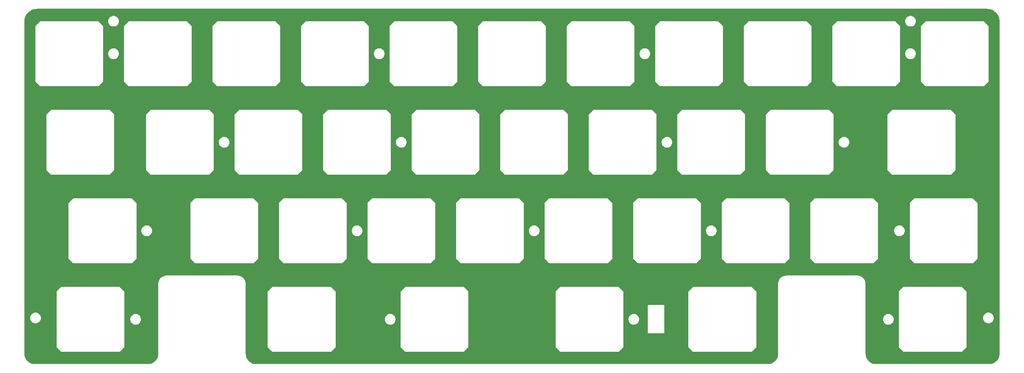
<source format=gbr>
%TF.GenerationSoftware,KiCad,Pcbnew,(7.0.0)*%
%TF.CreationDate,2023-09-29T19:26:45+02:00*%
%TF.ProjectId,plate wkl,706c6174-6520-4776-9b6c-2e6b69636164,rev?*%
%TF.SameCoordinates,Original*%
%TF.FileFunction,Copper,L4,Bot*%
%TF.FilePolarity,Positive*%
%FSLAX46Y46*%
G04 Gerber Fmt 4.6, Leading zero omitted, Abs format (unit mm)*
G04 Created by KiCad (PCBNEW (7.0.0)) date 2023-09-29 19:26:45*
%MOMM*%
%LPD*%
G01*
G04 APERTURE LIST*
G04 APERTURE END LIST*
%TA.AperFunction,Conductor*%
%TO.N,GND*%
G36*
X251469646Y-47494090D02*
G01*
X251584717Y-47500553D01*
X251772563Y-47511918D01*
X251773751Y-47512055D01*
X251916457Y-47536303D01*
X251916575Y-47536324D01*
X252076466Y-47565626D01*
X252077565Y-47565884D01*
X252221548Y-47607366D01*
X252221615Y-47607386D01*
X252372060Y-47654268D01*
X252373034Y-47654621D01*
X252513309Y-47712725D01*
X252513495Y-47712805D01*
X252655322Y-47776638D01*
X252656165Y-47777059D01*
X252734102Y-47820134D01*
X252789873Y-47850958D01*
X252790266Y-47851185D01*
X252922442Y-47931088D01*
X252923155Y-47931556D01*
X253048191Y-48020274D01*
X253048611Y-48020587D01*
X253143813Y-48095173D01*
X253169820Y-48115549D01*
X253170400Y-48116035D01*
X253284876Y-48218337D01*
X253285353Y-48218788D01*
X253394103Y-48327537D01*
X253394554Y-48328014D01*
X253496873Y-48442510D01*
X253497359Y-48443090D01*
X253592310Y-48564285D01*
X253592605Y-48564682D01*
X253622911Y-48607393D01*
X253681340Y-48689741D01*
X253681811Y-48690458D01*
X253761708Y-48822623D01*
X253761935Y-48823016D01*
X253835837Y-48956730D01*
X253836266Y-48957588D01*
X253900063Y-49099338D01*
X253900203Y-49099663D01*
X253958272Y-49239852D01*
X253958633Y-49240848D01*
X254005485Y-49391197D01*
X254005558Y-49391439D01*
X254047009Y-49535316D01*
X254047274Y-49536446D01*
X254076570Y-49696305D01*
X254076518Y-49696314D01*
X254076598Y-49696454D01*
X254100837Y-49839103D01*
X254100981Y-49840356D01*
X254112372Y-50028635D01*
X254112375Y-50028686D01*
X254118808Y-50143216D01*
X254118826Y-50143872D01*
X254118826Y-121693212D01*
X254118805Y-121693919D01*
X254113054Y-121788946D01*
X254113050Y-121789007D01*
X254101025Y-121971881D01*
X254100858Y-121973222D01*
X254078092Y-122097436D01*
X254078059Y-122097610D01*
X254047752Y-122249959D01*
X254047447Y-122251157D01*
X254007831Y-122378285D01*
X254007740Y-122378565D01*
X253960024Y-122519124D01*
X253959614Y-122520165D01*
X253903839Y-122644089D01*
X253903663Y-122644462D01*
X253839223Y-122775131D01*
X253838743Y-122776009D01*
X253767727Y-122893483D01*
X253767442Y-122893930D01*
X253687227Y-123013981D01*
X253686709Y-123014697D01*
X253601658Y-123123257D01*
X253601245Y-123123755D01*
X253506382Y-123231927D01*
X253505858Y-123232486D01*
X253408219Y-123330128D01*
X253407660Y-123330651D01*
X253299504Y-123425504D01*
X253299006Y-123425918D01*
X253190443Y-123510976D01*
X253189727Y-123511494D01*
X253069655Y-123591727D01*
X253069208Y-123592011D01*
X252951766Y-123663011D01*
X252950888Y-123663492D01*
X252820215Y-123727938D01*
X252819842Y-123728114D01*
X252695909Y-123783896D01*
X252694868Y-123784306D01*
X252554335Y-123832017D01*
X252554055Y-123832108D01*
X252426907Y-123871734D01*
X252425709Y-123872039D01*
X252273443Y-123902333D01*
X252273270Y-123902366D01*
X252148994Y-123925147D01*
X252147650Y-123925314D01*
X251957767Y-123937770D01*
X251957708Y-123937774D01*
X251870230Y-123943070D01*
X251869425Y-123943017D01*
X251869425Y-123943072D01*
X227544685Y-123943072D01*
X227543979Y-123943051D01*
X227445238Y-123937079D01*
X227445179Y-123937075D01*
X227266475Y-123925365D01*
X227265131Y-123925198D01*
X227136761Y-123901674D01*
X227136588Y-123901641D01*
X226988431Y-123872173D01*
X226987232Y-123871868D01*
X226857505Y-123831444D01*
X226857225Y-123831353D01*
X226719300Y-123784535D01*
X226718259Y-123784125D01*
X226592347Y-123727457D01*
X226591974Y-123727281D01*
X226463318Y-123663836D01*
X226462440Y-123663356D01*
X226343345Y-123591360D01*
X226342898Y-123591075D01*
X226224490Y-123511958D01*
X226223774Y-123511440D01*
X226113837Y-123425311D01*
X226113339Y-123424898D01*
X226006560Y-123331255D01*
X226006001Y-123330731D01*
X225907166Y-123231896D01*
X225906642Y-123231337D01*
X225812994Y-123124551D01*
X225812581Y-123124053D01*
X225726461Y-123014129D01*
X225725949Y-123013422D01*
X225646798Y-122894963D01*
X225646545Y-122894567D01*
X225574540Y-122775455D01*
X225574065Y-122774585D01*
X225510611Y-122645909D01*
X225510435Y-122645536D01*
X225498443Y-122618891D01*
X225453765Y-122519619D01*
X225453370Y-122518616D01*
X225406535Y-122380641D01*
X225406480Y-122380473D01*
X225366024Y-122250642D01*
X225365727Y-122249472D01*
X225336239Y-122101218D01*
X225312696Y-121972746D01*
X225312536Y-121971456D01*
X225300837Y-121792937D01*
X225294847Y-121693886D01*
X225294826Y-121693180D01*
X225294826Y-120300000D01*
X232411958Y-120300000D01*
X232412076Y-120300283D01*
X232412117Y-120300383D01*
X232412215Y-120300423D01*
X233412075Y-121300282D01*
X233412117Y-121300383D01*
X233412217Y-121300424D01*
X233412500Y-121300542D01*
X233412601Y-121300500D01*
X246012399Y-121300500D01*
X246012500Y-121300542D01*
X246012784Y-121300424D01*
X246012784Y-121300423D01*
X246012883Y-121300383D01*
X246012923Y-121300284D01*
X247012782Y-120300424D01*
X247012883Y-120300383D01*
X247012940Y-120300243D01*
X247013042Y-120300000D01*
X247013000Y-120299899D01*
X247013000Y-114002572D01*
X250573272Y-114002572D01*
X250592945Y-114214882D01*
X250593091Y-114215396D01*
X250593092Y-114215400D01*
X250651146Y-114419434D01*
X250651296Y-114419961D01*
X250651540Y-114420451D01*
X250744780Y-114607706D01*
X250746335Y-114610827D01*
X250874829Y-114780979D01*
X250875228Y-114781342D01*
X250875231Y-114781346D01*
X250933901Y-114834831D01*
X251032399Y-114924624D01*
X251032859Y-114924909D01*
X251032862Y-114924911D01*
X251123040Y-114980747D01*
X251213682Y-115036870D01*
X251412503Y-115113893D01*
X251413030Y-115113991D01*
X251413032Y-115113992D01*
X251469919Y-115124625D01*
X251622091Y-115153072D01*
X251834773Y-115153072D01*
X251835311Y-115153072D01*
X252044899Y-115113893D01*
X252243720Y-115036870D01*
X252425003Y-114924624D01*
X252582573Y-114780979D01*
X252711067Y-114610827D01*
X252806106Y-114419961D01*
X252864457Y-114214882D01*
X252884130Y-114002572D01*
X252864457Y-113790262D01*
X252806106Y-113585183D01*
X252711067Y-113394317D01*
X252582573Y-113224165D01*
X252582173Y-113223800D01*
X252582170Y-113223797D01*
X252500670Y-113149500D01*
X252425003Y-113080520D01*
X252424544Y-113080235D01*
X252424539Y-113080232D01*
X252244182Y-112968560D01*
X252244181Y-112968559D01*
X252243720Y-112968274D01*
X252243213Y-112968077D01*
X252243210Y-112968076D01*
X252045403Y-112891446D01*
X252045400Y-112891445D01*
X252044899Y-112891251D01*
X252044378Y-112891153D01*
X252044369Y-112891151D01*
X251835838Y-112852170D01*
X251835832Y-112852169D01*
X251835311Y-112852072D01*
X251622091Y-112852072D01*
X251621570Y-112852169D01*
X251621563Y-112852170D01*
X251413032Y-112891151D01*
X251413020Y-112891154D01*
X251412503Y-112891251D01*
X251412004Y-112891444D01*
X251411998Y-112891446D01*
X251214191Y-112968076D01*
X251214183Y-112968079D01*
X251213682Y-112968274D01*
X251213224Y-112968557D01*
X251213219Y-112968560D01*
X251032862Y-113080232D01*
X251032852Y-113080239D01*
X251032399Y-113080520D01*
X251031993Y-113080889D01*
X251031993Y-113080890D01*
X250875231Y-113223797D01*
X250875222Y-113223806D01*
X250874829Y-113224165D01*
X250874506Y-113224592D01*
X250874503Y-113224596D01*
X250746657Y-113393890D01*
X250746335Y-113394317D01*
X250746099Y-113394790D01*
X250746094Y-113394799D01*
X250651540Y-113584692D01*
X250651296Y-113585183D01*
X250651147Y-113585705D01*
X250651146Y-113585709D01*
X250593092Y-113789743D01*
X250593090Y-113789749D01*
X250592945Y-113790262D01*
X250573272Y-114002572D01*
X247013000Y-114002572D01*
X247013000Y-108300101D01*
X247013042Y-108300000D01*
X247012924Y-108299717D01*
X247012883Y-108299617D01*
X247012782Y-108299575D01*
X246012923Y-107299715D01*
X246012883Y-107299617D01*
X246012784Y-107299576D01*
X246012500Y-107299458D01*
X246012399Y-107299500D01*
X233412601Y-107299500D01*
X233412500Y-107299458D01*
X233412256Y-107299559D01*
X233412117Y-107299617D01*
X233412075Y-107299717D01*
X233410649Y-107301142D01*
X233410648Y-107301143D01*
X232413639Y-108298151D01*
X232413638Y-108298152D01*
X232412215Y-108299576D01*
X232412117Y-108299617D01*
X232412076Y-108299715D01*
X232412076Y-108299716D01*
X232411958Y-108300000D01*
X232412000Y-108300101D01*
X232412000Y-120299899D01*
X232411958Y-120300000D01*
X225294826Y-120300000D01*
X225294826Y-114300000D01*
X229032071Y-114300000D01*
X229051744Y-114512310D01*
X229051890Y-114512824D01*
X229051891Y-114512828D01*
X229109945Y-114716862D01*
X229110095Y-114717389D01*
X229110339Y-114717879D01*
X229203579Y-114905134D01*
X229205134Y-114908255D01*
X229333628Y-115078407D01*
X229334027Y-115078770D01*
X229334030Y-115078774D01*
X229392700Y-115132259D01*
X229491198Y-115222052D01*
X229491658Y-115222337D01*
X229491661Y-115222339D01*
X229581839Y-115278175D01*
X229672481Y-115334298D01*
X229871302Y-115411321D01*
X229871829Y-115411419D01*
X229871831Y-115411420D01*
X229928718Y-115422053D01*
X230080890Y-115450500D01*
X230293572Y-115450500D01*
X230294110Y-115450500D01*
X230503698Y-115411321D01*
X230702519Y-115334298D01*
X230883802Y-115222052D01*
X231041372Y-115078407D01*
X231169866Y-114908255D01*
X231264905Y-114717389D01*
X231323256Y-114512310D01*
X231342929Y-114300000D01*
X231323256Y-114087690D01*
X231264905Y-113882611D01*
X231169866Y-113691745D01*
X231041372Y-113521593D01*
X231040972Y-113521228D01*
X231040969Y-113521225D01*
X230905181Y-113397438D01*
X230883802Y-113377948D01*
X230883343Y-113377663D01*
X230883338Y-113377660D01*
X230702981Y-113265988D01*
X230702980Y-113265987D01*
X230702519Y-113265702D01*
X230702012Y-113265505D01*
X230702009Y-113265504D01*
X230504202Y-113188874D01*
X230504199Y-113188873D01*
X230503698Y-113188679D01*
X230503177Y-113188581D01*
X230503168Y-113188579D01*
X230294637Y-113149598D01*
X230294631Y-113149597D01*
X230294110Y-113149500D01*
X230080890Y-113149500D01*
X230080369Y-113149597D01*
X230080362Y-113149598D01*
X229871831Y-113188579D01*
X229871819Y-113188582D01*
X229871302Y-113188679D01*
X229870803Y-113188872D01*
X229870797Y-113188874D01*
X229672990Y-113265504D01*
X229672982Y-113265507D01*
X229672481Y-113265702D01*
X229672023Y-113265985D01*
X229672018Y-113265988D01*
X229491661Y-113377660D01*
X229491651Y-113377667D01*
X229491198Y-113377948D01*
X229490792Y-113378317D01*
X229490792Y-113378318D01*
X229334030Y-113521225D01*
X229334021Y-113521234D01*
X229333628Y-113521593D01*
X229333305Y-113522020D01*
X229333302Y-113522024D01*
X229285209Y-113585709D01*
X229205134Y-113691745D01*
X229204898Y-113692218D01*
X229204893Y-113692227D01*
X229110339Y-113882120D01*
X229110095Y-113882611D01*
X229109946Y-113883133D01*
X229109945Y-113883137D01*
X229051891Y-114087171D01*
X229051889Y-114087177D01*
X229051744Y-114087690D01*
X229032071Y-114300000D01*
X225294826Y-114300000D01*
X225294826Y-106643579D01*
X225294826Y-106643572D01*
X225294828Y-106643572D01*
X225294827Y-106518374D01*
X225259188Y-106270528D01*
X225188641Y-106030276D01*
X225084621Y-105802509D01*
X224949246Y-105591863D01*
X224785272Y-105402627D01*
X224596035Y-105238652D01*
X224385390Y-105103278D01*
X224385022Y-105103109D01*
X224385013Y-105103105D01*
X224158002Y-104999431D01*
X224158000Y-104999430D01*
X224157623Y-104999258D01*
X224157228Y-104999142D01*
X224157220Y-104999139D01*
X223917766Y-104928827D01*
X223917762Y-104928826D01*
X223917370Y-104928711D01*
X223916966Y-104928652D01*
X223916962Y-104928652D01*
X223669933Y-104893131D01*
X223669921Y-104893130D01*
X223669524Y-104893073D01*
X223669122Y-104893072D01*
X223669109Y-104893072D01*
X223544425Y-104893072D01*
X208244227Y-104893072D01*
X208244142Y-104893106D01*
X208243951Y-104893124D01*
X208119541Y-104893118D01*
X208119128Y-104893118D01*
X208118717Y-104893176D01*
X208118717Y-104893177D01*
X207871698Y-104928677D01*
X207871689Y-104928678D01*
X207871278Y-104928738D01*
X207870880Y-104928854D01*
X207870870Y-104928857D01*
X207631423Y-104999151D01*
X207631410Y-104999155D01*
X207631021Y-104999270D01*
X207630647Y-104999440D01*
X207630641Y-104999443D01*
X207403627Y-105103105D01*
X207403616Y-105103110D01*
X207403248Y-105103279D01*
X207402908Y-105103497D01*
X207402896Y-105103504D01*
X207192949Y-105238420D01*
X207192941Y-105238425D01*
X207192597Y-105238647D01*
X207192291Y-105238911D01*
X207192279Y-105238921D01*
X207003670Y-105402345D01*
X207003663Y-105402351D01*
X207003356Y-105402618D01*
X207003089Y-105402925D01*
X207003083Y-105402932D01*
X206839653Y-105591537D01*
X206839647Y-105591543D01*
X206839380Y-105591853D01*
X206839161Y-105592193D01*
X206839157Y-105592199D01*
X206704227Y-105802153D01*
X206704221Y-105802163D01*
X206704005Y-105802500D01*
X206703839Y-105802861D01*
X206703832Y-105802876D01*
X206600162Y-106029890D01*
X206600159Y-106029896D01*
X206599989Y-106030270D01*
X206599874Y-106030659D01*
X206599870Y-106030672D01*
X206529565Y-106270128D01*
X206529563Y-106270135D01*
X206529449Y-106270525D01*
X206529391Y-106270925D01*
X206529390Y-106270932D01*
X206493880Y-106517964D01*
X206493879Y-106517976D01*
X206493822Y-106518374D01*
X206493822Y-106518787D01*
X206493822Y-106518788D01*
X206493826Y-106643572D01*
X206493826Y-121693212D01*
X206493805Y-121693919D01*
X206488054Y-121788946D01*
X206488050Y-121789007D01*
X206476025Y-121971881D01*
X206475858Y-121973222D01*
X206453092Y-122097436D01*
X206453059Y-122097610D01*
X206422752Y-122249959D01*
X206422447Y-122251157D01*
X206382831Y-122378285D01*
X206382740Y-122378565D01*
X206335024Y-122519124D01*
X206334614Y-122520165D01*
X206278839Y-122644089D01*
X206278663Y-122644462D01*
X206214223Y-122775131D01*
X206213743Y-122776009D01*
X206142727Y-122893483D01*
X206142442Y-122893930D01*
X206062227Y-123013981D01*
X206061709Y-123014697D01*
X205976658Y-123123257D01*
X205976245Y-123123755D01*
X205881382Y-123231927D01*
X205880858Y-123232486D01*
X205783219Y-123330128D01*
X205782660Y-123330651D01*
X205674504Y-123425504D01*
X205674006Y-123425918D01*
X205565443Y-123510976D01*
X205564727Y-123511494D01*
X205444655Y-123591727D01*
X205444208Y-123592011D01*
X205326766Y-123663011D01*
X205325888Y-123663492D01*
X205195215Y-123727938D01*
X205194842Y-123728114D01*
X205070909Y-123783896D01*
X205069868Y-123784306D01*
X204929335Y-123832017D01*
X204929055Y-123832108D01*
X204801907Y-123871734D01*
X204800709Y-123872039D01*
X204648443Y-123902333D01*
X204648270Y-123902366D01*
X204523994Y-123925147D01*
X204522650Y-123925314D01*
X204332767Y-123937770D01*
X204332708Y-123937774D01*
X204245230Y-123943070D01*
X204244425Y-123943017D01*
X204244425Y-123943072D01*
X94194685Y-123943072D01*
X94193979Y-123943051D01*
X94095238Y-123937079D01*
X94095179Y-123937075D01*
X93916475Y-123925365D01*
X93915131Y-123925198D01*
X93786761Y-123901674D01*
X93786588Y-123901641D01*
X93638431Y-123872173D01*
X93637232Y-123871868D01*
X93507505Y-123831444D01*
X93507225Y-123831353D01*
X93369300Y-123784535D01*
X93368259Y-123784125D01*
X93242347Y-123727457D01*
X93241974Y-123727281D01*
X93113318Y-123663836D01*
X93112440Y-123663356D01*
X92993345Y-123591360D01*
X92992898Y-123591075D01*
X92874490Y-123511958D01*
X92873774Y-123511440D01*
X92763837Y-123425311D01*
X92763339Y-123424898D01*
X92656560Y-123331255D01*
X92656001Y-123330731D01*
X92557166Y-123231896D01*
X92556642Y-123231337D01*
X92462994Y-123124551D01*
X92462581Y-123124053D01*
X92376461Y-123014129D01*
X92375949Y-123013422D01*
X92296798Y-122894963D01*
X92296545Y-122894567D01*
X92224540Y-122775455D01*
X92224065Y-122774585D01*
X92160611Y-122645909D01*
X92160435Y-122645536D01*
X92148443Y-122618891D01*
X92103765Y-122519619D01*
X92103370Y-122518616D01*
X92056535Y-122380641D01*
X92056480Y-122380473D01*
X92016024Y-122250642D01*
X92015727Y-122249472D01*
X91986239Y-122101218D01*
X91962696Y-121972746D01*
X91962536Y-121971456D01*
X91950837Y-121792937D01*
X91944847Y-121693886D01*
X91944826Y-121693180D01*
X91944826Y-120300000D01*
X96679458Y-120300000D01*
X96679576Y-120300283D01*
X96679617Y-120300383D01*
X96679715Y-120300423D01*
X97679575Y-121300282D01*
X97679617Y-121300383D01*
X97679717Y-121300424D01*
X97680000Y-121300542D01*
X97680101Y-121300500D01*
X110279899Y-121300500D01*
X110280000Y-121300542D01*
X110280284Y-121300424D01*
X110280284Y-121300423D01*
X110280383Y-121300383D01*
X110280423Y-121300284D01*
X111280282Y-120300424D01*
X111280383Y-120300383D01*
X111280440Y-120300243D01*
X111280542Y-120300000D01*
X125254458Y-120300000D01*
X125254576Y-120300283D01*
X125254617Y-120300383D01*
X125254715Y-120300423D01*
X126254575Y-121300282D01*
X126254617Y-121300383D01*
X126254717Y-121300424D01*
X126255000Y-121300542D01*
X126255101Y-121300500D01*
X138854899Y-121300500D01*
X138855000Y-121300542D01*
X138855284Y-121300424D01*
X138855284Y-121300423D01*
X138855383Y-121300383D01*
X138855423Y-121300284D01*
X139855282Y-120300424D01*
X139855383Y-120300383D01*
X139855440Y-120300243D01*
X139855542Y-120300000D01*
X158591458Y-120300000D01*
X158591576Y-120300283D01*
X158591617Y-120300383D01*
X158591715Y-120300423D01*
X159591575Y-121300282D01*
X159591617Y-121300383D01*
X159591717Y-121300424D01*
X159592000Y-121300542D01*
X159592101Y-121300500D01*
X172191899Y-121300500D01*
X172192000Y-121300542D01*
X172192284Y-121300424D01*
X172192284Y-121300423D01*
X172192383Y-121300383D01*
X172192423Y-121300284D01*
X173192282Y-120300424D01*
X173192383Y-120300383D01*
X173192440Y-120300243D01*
X173192542Y-120300000D01*
X187169458Y-120300000D01*
X187169576Y-120300283D01*
X187169617Y-120300383D01*
X187169715Y-120300423D01*
X188169575Y-121300282D01*
X188169617Y-121300383D01*
X188169717Y-121300424D01*
X188170000Y-121300542D01*
X188170101Y-121300500D01*
X200769899Y-121300500D01*
X200770000Y-121300542D01*
X200770284Y-121300424D01*
X200770284Y-121300423D01*
X200770383Y-121300383D01*
X200770423Y-121300284D01*
X201770282Y-120300424D01*
X201770383Y-120300383D01*
X201770440Y-120300243D01*
X201770542Y-120300000D01*
X201770500Y-120299899D01*
X201770500Y-108300101D01*
X201770542Y-108300000D01*
X201770424Y-108299717D01*
X201770383Y-108299617D01*
X201770282Y-108299575D01*
X200770423Y-107299715D01*
X200770383Y-107299617D01*
X200770284Y-107299576D01*
X200770000Y-107299458D01*
X200769899Y-107299500D01*
X188170101Y-107299500D01*
X188170000Y-107299458D01*
X188169756Y-107299559D01*
X188169617Y-107299617D01*
X188169575Y-107299717D01*
X188168149Y-107301142D01*
X188168148Y-107301143D01*
X187171139Y-108298151D01*
X187171138Y-108298152D01*
X187169715Y-108299576D01*
X187169617Y-108299617D01*
X187169576Y-108299715D01*
X187169576Y-108299716D01*
X187169458Y-108300000D01*
X187169500Y-108300101D01*
X187169500Y-120299899D01*
X187169458Y-120300000D01*
X173192542Y-120300000D01*
X173192500Y-120299899D01*
X173192500Y-117333886D01*
X178395883Y-117333886D01*
X178395924Y-117333985D01*
X178396041Y-117334269D01*
X178396424Y-117334427D01*
X178396523Y-117334386D01*
X182010862Y-117334386D01*
X182010961Y-117334427D01*
X182011344Y-117334269D01*
X182011461Y-117333985D01*
X182011502Y-117333886D01*
X182011461Y-117333787D01*
X182011461Y-111199096D01*
X182011502Y-111198997D01*
X182011344Y-111198614D01*
X182011060Y-111198497D01*
X182010961Y-111198456D01*
X182010862Y-111198497D01*
X178396523Y-111198497D01*
X178396424Y-111198456D01*
X178396325Y-111198497D01*
X178396041Y-111198614D01*
X178395883Y-111198997D01*
X178395924Y-111199096D01*
X178395924Y-117333787D01*
X178395883Y-117333886D01*
X173192500Y-117333886D01*
X173192500Y-114300000D01*
X174263321Y-114300000D01*
X174282994Y-114512310D01*
X174283140Y-114512824D01*
X174283141Y-114512828D01*
X174341195Y-114716862D01*
X174341345Y-114717389D01*
X174341589Y-114717879D01*
X174434829Y-114905134D01*
X174436384Y-114908255D01*
X174564878Y-115078407D01*
X174565277Y-115078770D01*
X174565280Y-115078774D01*
X174623950Y-115132259D01*
X174722448Y-115222052D01*
X174722908Y-115222337D01*
X174722911Y-115222339D01*
X174813089Y-115278175D01*
X174903731Y-115334298D01*
X175102552Y-115411321D01*
X175103079Y-115411419D01*
X175103081Y-115411420D01*
X175159968Y-115422053D01*
X175312140Y-115450500D01*
X175524822Y-115450500D01*
X175525360Y-115450500D01*
X175734948Y-115411321D01*
X175933769Y-115334298D01*
X176115052Y-115222052D01*
X176272622Y-115078407D01*
X176401116Y-114908255D01*
X176496155Y-114717389D01*
X176554506Y-114512310D01*
X176574179Y-114300000D01*
X176554506Y-114087690D01*
X176496155Y-113882611D01*
X176401116Y-113691745D01*
X176272622Y-113521593D01*
X176272222Y-113521228D01*
X176272219Y-113521225D01*
X176136431Y-113397438D01*
X176115052Y-113377948D01*
X176114593Y-113377663D01*
X176114588Y-113377660D01*
X175934231Y-113265988D01*
X175934230Y-113265987D01*
X175933769Y-113265702D01*
X175933262Y-113265505D01*
X175933259Y-113265504D01*
X175735452Y-113188874D01*
X175735449Y-113188873D01*
X175734948Y-113188679D01*
X175734427Y-113188581D01*
X175734418Y-113188579D01*
X175525887Y-113149598D01*
X175525881Y-113149597D01*
X175525360Y-113149500D01*
X175312140Y-113149500D01*
X175311619Y-113149597D01*
X175311612Y-113149598D01*
X175103081Y-113188579D01*
X175103069Y-113188582D01*
X175102552Y-113188679D01*
X175102053Y-113188872D01*
X175102047Y-113188874D01*
X174904240Y-113265504D01*
X174904232Y-113265507D01*
X174903731Y-113265702D01*
X174903273Y-113265985D01*
X174903268Y-113265988D01*
X174722911Y-113377660D01*
X174722901Y-113377667D01*
X174722448Y-113377948D01*
X174722042Y-113378317D01*
X174722042Y-113378318D01*
X174565280Y-113521225D01*
X174565271Y-113521234D01*
X174564878Y-113521593D01*
X174564555Y-113522020D01*
X174564552Y-113522024D01*
X174516459Y-113585709D01*
X174436384Y-113691745D01*
X174436148Y-113692218D01*
X174436143Y-113692227D01*
X174341589Y-113882120D01*
X174341345Y-113882611D01*
X174341196Y-113883133D01*
X174341195Y-113883137D01*
X174283141Y-114087171D01*
X174283139Y-114087177D01*
X174282994Y-114087690D01*
X174263321Y-114300000D01*
X173192500Y-114300000D01*
X173192500Y-108300101D01*
X173192542Y-108300000D01*
X173192424Y-108299717D01*
X173192383Y-108299617D01*
X173192282Y-108299575D01*
X172192423Y-107299715D01*
X172192383Y-107299617D01*
X172192284Y-107299576D01*
X172192000Y-107299458D01*
X172191899Y-107299500D01*
X159592101Y-107299500D01*
X159592000Y-107299458D01*
X159591756Y-107299559D01*
X159591617Y-107299617D01*
X159591575Y-107299717D01*
X159590149Y-107301142D01*
X159590148Y-107301143D01*
X158593139Y-108298151D01*
X158593138Y-108298152D01*
X158591715Y-108299576D01*
X158591617Y-108299617D01*
X158591576Y-108299715D01*
X158591576Y-108299716D01*
X158591458Y-108300000D01*
X158591500Y-108300101D01*
X158591500Y-120299899D01*
X158591458Y-120300000D01*
X139855542Y-120300000D01*
X139855500Y-120299899D01*
X139855500Y-108300101D01*
X139855542Y-108300000D01*
X139855424Y-108299717D01*
X139855383Y-108299617D01*
X139855282Y-108299575D01*
X138855423Y-107299715D01*
X138855383Y-107299617D01*
X138855284Y-107299576D01*
X138855000Y-107299458D01*
X138854899Y-107299500D01*
X126255101Y-107299500D01*
X126255000Y-107299458D01*
X126254756Y-107299559D01*
X126254617Y-107299617D01*
X126254575Y-107299717D01*
X126253149Y-107301142D01*
X126253148Y-107301143D01*
X125256139Y-108298151D01*
X125256138Y-108298152D01*
X125254715Y-108299576D01*
X125254617Y-108299617D01*
X125254576Y-108299715D01*
X125254576Y-108299716D01*
X125254458Y-108300000D01*
X125254500Y-108300101D01*
X125254500Y-120299899D01*
X125254458Y-120300000D01*
X111280542Y-120300000D01*
X111280500Y-120299899D01*
X111280500Y-114300000D01*
X121875821Y-114300000D01*
X121895494Y-114512310D01*
X121895640Y-114512824D01*
X121895641Y-114512828D01*
X121953695Y-114716862D01*
X121953845Y-114717389D01*
X121954089Y-114717879D01*
X122047329Y-114905134D01*
X122048884Y-114908255D01*
X122177378Y-115078407D01*
X122177777Y-115078770D01*
X122177780Y-115078774D01*
X122236450Y-115132259D01*
X122334948Y-115222052D01*
X122335408Y-115222337D01*
X122335411Y-115222339D01*
X122425589Y-115278175D01*
X122516231Y-115334298D01*
X122715052Y-115411321D01*
X122715579Y-115411419D01*
X122715581Y-115411420D01*
X122772468Y-115422053D01*
X122924640Y-115450500D01*
X123137322Y-115450500D01*
X123137860Y-115450500D01*
X123347448Y-115411321D01*
X123546269Y-115334298D01*
X123727552Y-115222052D01*
X123885122Y-115078407D01*
X124013616Y-114908255D01*
X124108655Y-114717389D01*
X124167006Y-114512310D01*
X124186679Y-114300000D01*
X124167006Y-114087690D01*
X124108655Y-113882611D01*
X124013616Y-113691745D01*
X123885122Y-113521593D01*
X123884722Y-113521228D01*
X123884719Y-113521225D01*
X123748931Y-113397438D01*
X123727552Y-113377948D01*
X123727093Y-113377663D01*
X123727088Y-113377660D01*
X123546731Y-113265988D01*
X123546730Y-113265987D01*
X123546269Y-113265702D01*
X123545762Y-113265505D01*
X123545759Y-113265504D01*
X123347952Y-113188874D01*
X123347949Y-113188873D01*
X123347448Y-113188679D01*
X123346927Y-113188581D01*
X123346918Y-113188579D01*
X123138387Y-113149598D01*
X123138381Y-113149597D01*
X123137860Y-113149500D01*
X122924640Y-113149500D01*
X122924119Y-113149597D01*
X122924112Y-113149598D01*
X122715581Y-113188579D01*
X122715569Y-113188582D01*
X122715052Y-113188679D01*
X122714553Y-113188872D01*
X122714547Y-113188874D01*
X122516740Y-113265504D01*
X122516732Y-113265507D01*
X122516231Y-113265702D01*
X122515773Y-113265985D01*
X122515768Y-113265988D01*
X122335411Y-113377660D01*
X122335401Y-113377667D01*
X122334948Y-113377948D01*
X122334542Y-113378317D01*
X122334542Y-113378318D01*
X122177780Y-113521225D01*
X122177771Y-113521234D01*
X122177378Y-113521593D01*
X122177055Y-113522020D01*
X122177052Y-113522024D01*
X122128959Y-113585709D01*
X122048884Y-113691745D01*
X122048648Y-113692218D01*
X122048643Y-113692227D01*
X121954089Y-113882120D01*
X121953845Y-113882611D01*
X121953696Y-113883133D01*
X121953695Y-113883137D01*
X121895641Y-114087171D01*
X121895639Y-114087177D01*
X121895494Y-114087690D01*
X121875821Y-114300000D01*
X111280500Y-114300000D01*
X111280500Y-108300101D01*
X111280542Y-108300000D01*
X111280424Y-108299717D01*
X111280383Y-108299617D01*
X111280282Y-108299575D01*
X110280423Y-107299715D01*
X110280383Y-107299617D01*
X110280284Y-107299576D01*
X110280000Y-107299458D01*
X110279899Y-107299500D01*
X97680101Y-107299500D01*
X97680000Y-107299458D01*
X97679756Y-107299559D01*
X97679617Y-107299617D01*
X97679575Y-107299717D01*
X97678149Y-107301142D01*
X97678148Y-107301143D01*
X96681139Y-108298151D01*
X96681138Y-108298152D01*
X96679715Y-108299576D01*
X96679617Y-108299617D01*
X96679576Y-108299715D01*
X96679576Y-108299716D01*
X96679458Y-108300000D01*
X96679500Y-108300101D01*
X96679500Y-120299899D01*
X96679458Y-120300000D01*
X91944826Y-120300000D01*
X91944826Y-106643579D01*
X91944826Y-106643572D01*
X91944828Y-106643572D01*
X91944827Y-106518374D01*
X91909188Y-106270528D01*
X91838641Y-106030276D01*
X91734621Y-105802509D01*
X91599246Y-105591863D01*
X91435272Y-105402627D01*
X91246035Y-105238652D01*
X91035390Y-105103278D01*
X91035022Y-105103109D01*
X91035013Y-105103105D01*
X90808002Y-104999431D01*
X90808000Y-104999430D01*
X90807623Y-104999258D01*
X90807228Y-104999142D01*
X90807220Y-104999139D01*
X90567766Y-104928827D01*
X90567762Y-104928826D01*
X90567370Y-104928711D01*
X90566966Y-104928652D01*
X90566962Y-104928652D01*
X90319933Y-104893131D01*
X90319921Y-104893130D01*
X90319524Y-104893073D01*
X90319122Y-104893072D01*
X90319109Y-104893072D01*
X90194425Y-104893072D01*
X74894227Y-104893072D01*
X74894142Y-104893106D01*
X74893951Y-104893124D01*
X74769541Y-104893118D01*
X74769128Y-104893118D01*
X74768717Y-104893176D01*
X74768717Y-104893177D01*
X74521698Y-104928677D01*
X74521689Y-104928678D01*
X74521278Y-104928738D01*
X74520880Y-104928854D01*
X74520870Y-104928857D01*
X74281423Y-104999151D01*
X74281410Y-104999155D01*
X74281021Y-104999270D01*
X74280647Y-104999440D01*
X74280641Y-104999443D01*
X74053627Y-105103105D01*
X74053616Y-105103110D01*
X74053248Y-105103279D01*
X74052908Y-105103497D01*
X74052896Y-105103504D01*
X73842949Y-105238420D01*
X73842941Y-105238425D01*
X73842597Y-105238647D01*
X73842291Y-105238911D01*
X73842279Y-105238921D01*
X73653670Y-105402345D01*
X73653663Y-105402351D01*
X73653356Y-105402618D01*
X73653089Y-105402925D01*
X73653083Y-105402932D01*
X73489653Y-105591537D01*
X73489647Y-105591543D01*
X73489380Y-105591853D01*
X73489161Y-105592193D01*
X73489157Y-105592199D01*
X73354227Y-105802153D01*
X73354221Y-105802163D01*
X73354005Y-105802500D01*
X73353839Y-105802861D01*
X73353832Y-105802876D01*
X73250162Y-106029890D01*
X73250159Y-106029896D01*
X73249989Y-106030270D01*
X73249874Y-106030659D01*
X73249870Y-106030672D01*
X73179565Y-106270128D01*
X73179563Y-106270135D01*
X73179449Y-106270525D01*
X73179391Y-106270925D01*
X73179390Y-106270932D01*
X73143880Y-106517964D01*
X73143879Y-106517976D01*
X73143822Y-106518374D01*
X73143822Y-106518787D01*
X73143822Y-106518788D01*
X73143826Y-106643572D01*
X73143826Y-121693213D01*
X73143805Y-121693919D01*
X73138057Y-121788955D01*
X73138053Y-121789016D01*
X73126036Y-121971882D01*
X73125869Y-121973224D01*
X73103093Y-122097518D01*
X73103060Y-122097691D01*
X73072772Y-122249967D01*
X73072467Y-122251166D01*
X73032850Y-122378308D01*
X73032759Y-122378588D01*
X72989967Y-122504657D01*
X72985236Y-122518597D01*
X72985056Y-122519126D01*
X72984646Y-122520167D01*
X72928860Y-122644120D01*
X72928684Y-122644493D01*
X72864252Y-122775152D01*
X72863772Y-122776030D01*
X72792762Y-122893499D01*
X72792477Y-122893946D01*
X72712249Y-123014018D01*
X72711731Y-123014734D01*
X72626699Y-123123272D01*
X72626286Y-123123770D01*
X72531412Y-123231955D01*
X72530888Y-123232514D01*
X72433254Y-123330152D01*
X72432695Y-123330675D01*
X72324516Y-123425547D01*
X72324018Y-123425961D01*
X72215473Y-123511002D01*
X72214757Y-123511520D01*
X72094698Y-123591743D01*
X72094251Y-123592028D01*
X71976773Y-123663048D01*
X71975895Y-123663528D01*
X71845231Y-123727967D01*
X71844858Y-123728143D01*
X71720930Y-123783920D01*
X71719889Y-123784330D01*
X71579311Y-123832052D01*
X71579031Y-123832143D01*
X71451927Y-123871751D01*
X71450729Y-123872056D01*
X71298421Y-123902354D01*
X71298247Y-123902387D01*
X71173996Y-123925159D01*
X71172652Y-123925326D01*
X70982772Y-123937773D01*
X70982714Y-123937777D01*
X70895231Y-123943070D01*
X70894425Y-123943018D01*
X70894425Y-123943072D01*
X46569685Y-123943072D01*
X46568979Y-123943051D01*
X46470238Y-123937079D01*
X46470179Y-123937075D01*
X46291475Y-123925365D01*
X46290131Y-123925198D01*
X46161761Y-123901674D01*
X46161588Y-123901641D01*
X46013431Y-123872173D01*
X46012232Y-123871868D01*
X45882505Y-123831444D01*
X45882225Y-123831353D01*
X45744300Y-123784535D01*
X45743259Y-123784125D01*
X45617347Y-123727457D01*
X45616974Y-123727281D01*
X45488318Y-123663836D01*
X45487440Y-123663356D01*
X45368345Y-123591360D01*
X45367898Y-123591075D01*
X45249490Y-123511958D01*
X45248774Y-123511440D01*
X45138837Y-123425311D01*
X45138339Y-123424898D01*
X45031560Y-123331255D01*
X45031001Y-123330731D01*
X44932166Y-123231896D01*
X44931642Y-123231337D01*
X44837994Y-123124551D01*
X44837581Y-123124053D01*
X44751461Y-123014129D01*
X44750949Y-123013422D01*
X44671798Y-122894963D01*
X44671545Y-122894567D01*
X44599540Y-122775455D01*
X44599065Y-122774585D01*
X44535611Y-122645909D01*
X44535435Y-122645536D01*
X44523443Y-122618891D01*
X44478765Y-122519619D01*
X44478370Y-122518616D01*
X44431535Y-122380641D01*
X44431480Y-122380473D01*
X44391024Y-122250642D01*
X44390727Y-122249472D01*
X44361239Y-122101218D01*
X44337696Y-121972746D01*
X44337536Y-121971456D01*
X44325837Y-121792937D01*
X44319847Y-121693886D01*
X44319826Y-121693180D01*
X44319826Y-120300000D01*
X51230708Y-120300000D01*
X51230826Y-120300283D01*
X51230867Y-120300383D01*
X51230965Y-120300423D01*
X52230825Y-121300282D01*
X52230867Y-121300383D01*
X52230967Y-121300424D01*
X52231250Y-121300542D01*
X52231351Y-121300500D01*
X64831149Y-121300500D01*
X64831250Y-121300542D01*
X64831534Y-121300424D01*
X64831534Y-121300423D01*
X64831633Y-121300383D01*
X64831673Y-121300284D01*
X65831532Y-120300424D01*
X65831633Y-120300383D01*
X65831690Y-120300243D01*
X65831792Y-120300000D01*
X65831750Y-120299899D01*
X65831750Y-114300000D01*
X67107071Y-114300000D01*
X67126744Y-114512310D01*
X67126890Y-114512824D01*
X67126891Y-114512828D01*
X67184945Y-114716862D01*
X67185095Y-114717389D01*
X67185339Y-114717879D01*
X67278579Y-114905134D01*
X67280134Y-114908255D01*
X67408628Y-115078407D01*
X67409027Y-115078770D01*
X67409030Y-115078774D01*
X67467700Y-115132259D01*
X67566198Y-115222052D01*
X67566658Y-115222337D01*
X67566661Y-115222339D01*
X67656839Y-115278175D01*
X67747481Y-115334298D01*
X67946302Y-115411321D01*
X67946829Y-115411419D01*
X67946831Y-115411420D01*
X68003718Y-115422053D01*
X68155890Y-115450500D01*
X68368572Y-115450500D01*
X68369110Y-115450500D01*
X68578698Y-115411321D01*
X68777519Y-115334298D01*
X68958802Y-115222052D01*
X69116372Y-115078407D01*
X69244866Y-114908255D01*
X69339905Y-114717389D01*
X69398256Y-114512310D01*
X69417929Y-114300000D01*
X69398256Y-114087690D01*
X69339905Y-113882611D01*
X69244866Y-113691745D01*
X69116372Y-113521593D01*
X69115972Y-113521228D01*
X69115969Y-113521225D01*
X68980181Y-113397438D01*
X68958802Y-113377948D01*
X68958343Y-113377663D01*
X68958338Y-113377660D01*
X68777981Y-113265988D01*
X68777980Y-113265987D01*
X68777519Y-113265702D01*
X68777012Y-113265505D01*
X68777009Y-113265504D01*
X68579202Y-113188874D01*
X68579199Y-113188873D01*
X68578698Y-113188679D01*
X68578177Y-113188581D01*
X68578168Y-113188579D01*
X68369637Y-113149598D01*
X68369631Y-113149597D01*
X68369110Y-113149500D01*
X68155890Y-113149500D01*
X68155369Y-113149597D01*
X68155362Y-113149598D01*
X67946831Y-113188579D01*
X67946819Y-113188582D01*
X67946302Y-113188679D01*
X67945803Y-113188872D01*
X67945797Y-113188874D01*
X67747990Y-113265504D01*
X67747982Y-113265507D01*
X67747481Y-113265702D01*
X67747023Y-113265985D01*
X67747018Y-113265988D01*
X67566661Y-113377660D01*
X67566651Y-113377667D01*
X67566198Y-113377948D01*
X67565792Y-113378317D01*
X67565792Y-113378318D01*
X67409030Y-113521225D01*
X67409021Y-113521234D01*
X67408628Y-113521593D01*
X67408305Y-113522020D01*
X67408302Y-113522024D01*
X67360209Y-113585709D01*
X67280134Y-113691745D01*
X67279898Y-113692218D01*
X67279893Y-113692227D01*
X67185339Y-113882120D01*
X67185095Y-113882611D01*
X67184946Y-113883133D01*
X67184945Y-113883137D01*
X67126891Y-114087171D01*
X67126889Y-114087177D01*
X67126744Y-114087690D01*
X67107071Y-114300000D01*
X65831750Y-114300000D01*
X65831750Y-108300101D01*
X65831792Y-108300000D01*
X65831674Y-108299717D01*
X65831633Y-108299617D01*
X65831532Y-108299575D01*
X64831673Y-107299715D01*
X64831633Y-107299617D01*
X64831534Y-107299576D01*
X64831250Y-107299458D01*
X64831149Y-107299500D01*
X52231351Y-107299500D01*
X52231250Y-107299458D01*
X52231006Y-107299559D01*
X52230867Y-107299617D01*
X52230825Y-107299717D01*
X52229399Y-107301142D01*
X52229398Y-107301143D01*
X51232389Y-108298151D01*
X51232388Y-108298152D01*
X51230965Y-108299576D01*
X51230867Y-108299617D01*
X51230826Y-108299715D01*
X51230826Y-108299716D01*
X51230708Y-108300000D01*
X51230750Y-108300101D01*
X51230750Y-120299899D01*
X51230708Y-120300000D01*
X44319826Y-120300000D01*
X44319826Y-114002572D01*
X45554897Y-114002572D01*
X45574570Y-114214882D01*
X45574716Y-114215396D01*
X45574717Y-114215400D01*
X45632771Y-114419434D01*
X45632921Y-114419961D01*
X45633165Y-114420451D01*
X45726405Y-114607706D01*
X45727960Y-114610827D01*
X45856454Y-114780979D01*
X45856853Y-114781342D01*
X45856856Y-114781346D01*
X45915526Y-114834831D01*
X46014024Y-114924624D01*
X46014484Y-114924909D01*
X46014487Y-114924911D01*
X46104665Y-114980747D01*
X46195307Y-115036870D01*
X46394128Y-115113893D01*
X46394655Y-115113991D01*
X46394657Y-115113992D01*
X46451544Y-115124625D01*
X46603716Y-115153072D01*
X46816398Y-115153072D01*
X46816936Y-115153072D01*
X47026524Y-115113893D01*
X47225345Y-115036870D01*
X47406628Y-114924624D01*
X47564198Y-114780979D01*
X47692692Y-114610827D01*
X47787731Y-114419961D01*
X47846082Y-114214882D01*
X47865755Y-114002572D01*
X47846082Y-113790262D01*
X47787731Y-113585183D01*
X47692692Y-113394317D01*
X47564198Y-113224165D01*
X47563798Y-113223800D01*
X47563795Y-113223797D01*
X47482295Y-113149500D01*
X47406628Y-113080520D01*
X47406169Y-113080235D01*
X47406164Y-113080232D01*
X47225807Y-112968560D01*
X47225806Y-112968559D01*
X47225345Y-112968274D01*
X47224838Y-112968077D01*
X47224835Y-112968076D01*
X47027028Y-112891446D01*
X47027025Y-112891445D01*
X47026524Y-112891251D01*
X47026003Y-112891153D01*
X47025994Y-112891151D01*
X46817463Y-112852170D01*
X46817457Y-112852169D01*
X46816936Y-112852072D01*
X46603716Y-112852072D01*
X46603195Y-112852169D01*
X46603188Y-112852170D01*
X46394657Y-112891151D01*
X46394645Y-112891154D01*
X46394128Y-112891251D01*
X46393629Y-112891444D01*
X46393623Y-112891446D01*
X46195816Y-112968076D01*
X46195808Y-112968079D01*
X46195307Y-112968274D01*
X46194849Y-112968557D01*
X46194844Y-112968560D01*
X46014487Y-113080232D01*
X46014477Y-113080239D01*
X46014024Y-113080520D01*
X46013618Y-113080889D01*
X46013618Y-113080890D01*
X45856856Y-113223797D01*
X45856847Y-113223806D01*
X45856454Y-113224165D01*
X45856131Y-113224592D01*
X45856128Y-113224596D01*
X45728282Y-113393890D01*
X45727960Y-113394317D01*
X45727724Y-113394790D01*
X45727719Y-113394799D01*
X45633165Y-113584692D01*
X45632921Y-113585183D01*
X45632772Y-113585705D01*
X45632771Y-113585709D01*
X45574717Y-113789743D01*
X45574715Y-113789749D01*
X45574570Y-113790262D01*
X45554897Y-114002572D01*
X44319826Y-114002572D01*
X44319826Y-101250000D01*
X53819458Y-101250000D01*
X53819576Y-101250283D01*
X53819617Y-101250383D01*
X53819715Y-101250423D01*
X54819575Y-102250282D01*
X54819617Y-102250383D01*
X54819717Y-102250424D01*
X54820000Y-102250542D01*
X54820101Y-102250500D01*
X67419899Y-102250500D01*
X67420000Y-102250542D01*
X67420284Y-102250424D01*
X67420284Y-102250423D01*
X67420383Y-102250383D01*
X67420423Y-102250284D01*
X68420282Y-101250424D01*
X68420383Y-101250383D01*
X68420440Y-101250243D01*
X68420542Y-101250000D01*
X80011958Y-101250000D01*
X80012076Y-101250283D01*
X80012117Y-101250383D01*
X80012215Y-101250423D01*
X81012075Y-102250282D01*
X81012117Y-102250383D01*
X81012217Y-102250424D01*
X81012500Y-102250542D01*
X81012601Y-102250500D01*
X93612399Y-102250500D01*
X93612500Y-102250542D01*
X93612784Y-102250424D01*
X93612784Y-102250423D01*
X93612883Y-102250383D01*
X93612923Y-102250284D01*
X94612782Y-101250424D01*
X94612883Y-101250383D01*
X94612940Y-101250243D01*
X94613042Y-101250000D01*
X99061958Y-101250000D01*
X99062076Y-101250283D01*
X99062117Y-101250383D01*
X99062215Y-101250423D01*
X100062075Y-102250282D01*
X100062117Y-102250383D01*
X100062217Y-102250424D01*
X100062500Y-102250542D01*
X100062601Y-102250500D01*
X112662399Y-102250500D01*
X112662500Y-102250542D01*
X112662784Y-102250424D01*
X112662784Y-102250423D01*
X112662883Y-102250383D01*
X112662923Y-102250284D01*
X113662782Y-101250424D01*
X113662883Y-101250383D01*
X113662940Y-101250243D01*
X113663042Y-101250000D01*
X118111958Y-101250000D01*
X118112076Y-101250283D01*
X118112117Y-101250383D01*
X118112215Y-101250423D01*
X119112075Y-102250282D01*
X119112117Y-102250383D01*
X119112217Y-102250424D01*
X119112500Y-102250542D01*
X119112601Y-102250500D01*
X131712399Y-102250500D01*
X131712500Y-102250542D01*
X131712784Y-102250424D01*
X131712784Y-102250423D01*
X131712883Y-102250383D01*
X131712923Y-102250284D01*
X132712782Y-101250424D01*
X132712883Y-101250383D01*
X132712940Y-101250243D01*
X132713042Y-101250000D01*
X137161958Y-101250000D01*
X137162076Y-101250283D01*
X137162117Y-101250383D01*
X137162215Y-101250423D01*
X138162075Y-102250282D01*
X138162117Y-102250383D01*
X138162217Y-102250424D01*
X138162500Y-102250542D01*
X138162601Y-102250500D01*
X150762399Y-102250500D01*
X150762500Y-102250542D01*
X150762784Y-102250424D01*
X150762784Y-102250423D01*
X150762883Y-102250383D01*
X150762923Y-102250284D01*
X151762782Y-101250424D01*
X151762883Y-101250383D01*
X151762940Y-101250243D01*
X151763042Y-101250000D01*
X156211958Y-101250000D01*
X156212076Y-101250283D01*
X156212117Y-101250383D01*
X156212215Y-101250423D01*
X157212075Y-102250282D01*
X157212117Y-102250383D01*
X157212217Y-102250424D01*
X157212500Y-102250542D01*
X157212601Y-102250500D01*
X169812399Y-102250500D01*
X169812500Y-102250542D01*
X169812784Y-102250424D01*
X169812784Y-102250423D01*
X169812883Y-102250383D01*
X169812923Y-102250284D01*
X170812782Y-101250424D01*
X170812883Y-101250383D01*
X170812940Y-101250243D01*
X170813042Y-101250000D01*
X175261958Y-101250000D01*
X175262076Y-101250283D01*
X175262117Y-101250383D01*
X175262215Y-101250423D01*
X176262075Y-102250282D01*
X176262117Y-102250383D01*
X176262217Y-102250424D01*
X176262500Y-102250542D01*
X176262601Y-102250500D01*
X188862399Y-102250500D01*
X188862500Y-102250542D01*
X188862784Y-102250424D01*
X188862784Y-102250423D01*
X188862883Y-102250383D01*
X188862923Y-102250284D01*
X189862782Y-101250424D01*
X189862883Y-101250383D01*
X189862940Y-101250243D01*
X189863042Y-101250000D01*
X194311958Y-101250000D01*
X194312076Y-101250283D01*
X194312117Y-101250383D01*
X194312215Y-101250423D01*
X195312075Y-102250282D01*
X195312117Y-102250383D01*
X195312217Y-102250424D01*
X195312500Y-102250542D01*
X195312601Y-102250500D01*
X207912399Y-102250500D01*
X207912500Y-102250542D01*
X207912784Y-102250424D01*
X207912784Y-102250423D01*
X207912883Y-102250383D01*
X207912923Y-102250284D01*
X208912782Y-101250424D01*
X208912883Y-101250383D01*
X208912940Y-101250243D01*
X208913042Y-101250000D01*
X213361958Y-101250000D01*
X213362076Y-101250283D01*
X213362117Y-101250383D01*
X213362215Y-101250423D01*
X214362075Y-102250282D01*
X214362117Y-102250383D01*
X214362217Y-102250424D01*
X214362500Y-102250542D01*
X214362601Y-102250500D01*
X226962399Y-102250500D01*
X226962500Y-102250542D01*
X226962784Y-102250424D01*
X226962784Y-102250423D01*
X226962883Y-102250383D01*
X226962923Y-102250284D01*
X227962782Y-101250424D01*
X227962883Y-101250383D01*
X227962940Y-101250243D01*
X227963042Y-101250000D01*
X234794458Y-101250000D01*
X234794576Y-101250283D01*
X234794617Y-101250383D01*
X234794715Y-101250423D01*
X235794575Y-102250282D01*
X235794617Y-102250383D01*
X235794717Y-102250424D01*
X235795000Y-102250542D01*
X235795101Y-102250500D01*
X248394899Y-102250500D01*
X248395000Y-102250542D01*
X248395284Y-102250424D01*
X248395284Y-102250423D01*
X248395383Y-102250383D01*
X248395423Y-102250284D01*
X249395282Y-101250424D01*
X249395383Y-101250383D01*
X249395440Y-101250243D01*
X249395542Y-101250000D01*
X249395500Y-101249899D01*
X249395500Y-89250101D01*
X249395542Y-89250000D01*
X249395424Y-89249717D01*
X249395383Y-89249617D01*
X249395282Y-89249575D01*
X248395423Y-88249715D01*
X248395383Y-88249617D01*
X248395284Y-88249576D01*
X248395000Y-88249458D01*
X248394899Y-88249500D01*
X235795101Y-88249500D01*
X235795000Y-88249458D01*
X235794756Y-88249559D01*
X235794617Y-88249617D01*
X235794575Y-88249717D01*
X235793149Y-88251142D01*
X235793148Y-88251143D01*
X234796139Y-89248151D01*
X234796138Y-89248152D01*
X234794715Y-89249576D01*
X234794617Y-89249617D01*
X234794576Y-89249715D01*
X234794576Y-89249716D01*
X234794458Y-89250000D01*
X234794500Y-89250101D01*
X234794500Y-101249899D01*
X234794458Y-101250000D01*
X227963042Y-101250000D01*
X227963000Y-101249899D01*
X227963000Y-95250000D01*
X231413321Y-95250000D01*
X231432994Y-95462310D01*
X231433140Y-95462824D01*
X231433141Y-95462828D01*
X231491195Y-95666862D01*
X231491345Y-95667389D01*
X231491589Y-95667879D01*
X231584829Y-95855134D01*
X231586384Y-95858255D01*
X231714878Y-96028407D01*
X231715277Y-96028770D01*
X231715280Y-96028774D01*
X231773950Y-96082259D01*
X231872448Y-96172052D01*
X231872908Y-96172337D01*
X231872911Y-96172339D01*
X231963089Y-96228175D01*
X232053731Y-96284298D01*
X232252552Y-96361321D01*
X232253079Y-96361419D01*
X232253081Y-96361420D01*
X232309968Y-96372053D01*
X232462140Y-96400500D01*
X232674822Y-96400500D01*
X232675360Y-96400500D01*
X232884948Y-96361321D01*
X233083769Y-96284298D01*
X233265052Y-96172052D01*
X233422622Y-96028407D01*
X233551116Y-95858255D01*
X233646155Y-95667389D01*
X233704506Y-95462310D01*
X233724179Y-95250000D01*
X233704506Y-95037690D01*
X233646155Y-94832611D01*
X233551116Y-94641745D01*
X233422622Y-94471593D01*
X233422222Y-94471228D01*
X233422219Y-94471225D01*
X233353693Y-94408755D01*
X233265052Y-94327948D01*
X233264593Y-94327663D01*
X233264588Y-94327660D01*
X233084231Y-94215988D01*
X233084230Y-94215987D01*
X233083769Y-94215702D01*
X233083262Y-94215505D01*
X233083259Y-94215504D01*
X232885452Y-94138874D01*
X232885449Y-94138873D01*
X232884948Y-94138679D01*
X232884427Y-94138581D01*
X232884418Y-94138579D01*
X232675887Y-94099598D01*
X232675881Y-94099597D01*
X232675360Y-94099500D01*
X232462140Y-94099500D01*
X232461619Y-94099597D01*
X232461612Y-94099598D01*
X232253081Y-94138579D01*
X232253069Y-94138582D01*
X232252552Y-94138679D01*
X232252053Y-94138872D01*
X232252047Y-94138874D01*
X232054240Y-94215504D01*
X232054232Y-94215507D01*
X232053731Y-94215702D01*
X232053273Y-94215985D01*
X232053268Y-94215988D01*
X231872911Y-94327660D01*
X231872901Y-94327667D01*
X231872448Y-94327948D01*
X231872042Y-94328317D01*
X231872042Y-94328318D01*
X231715280Y-94471225D01*
X231715271Y-94471234D01*
X231714878Y-94471593D01*
X231714555Y-94472020D01*
X231714552Y-94472024D01*
X231586706Y-94641318D01*
X231586384Y-94641745D01*
X231586148Y-94642218D01*
X231586143Y-94642227D01*
X231491589Y-94832120D01*
X231491345Y-94832611D01*
X231491196Y-94833133D01*
X231491195Y-94833137D01*
X231433141Y-95037171D01*
X231433139Y-95037177D01*
X231432994Y-95037690D01*
X231413321Y-95250000D01*
X227963000Y-95250000D01*
X227963000Y-89250101D01*
X227963042Y-89250000D01*
X227962924Y-89249717D01*
X227962883Y-89249617D01*
X227962782Y-89249575D01*
X226962923Y-88249715D01*
X226962883Y-88249617D01*
X226962784Y-88249576D01*
X226962500Y-88249458D01*
X226962399Y-88249500D01*
X214362601Y-88249500D01*
X214362500Y-88249458D01*
X214362256Y-88249559D01*
X214362117Y-88249617D01*
X214362075Y-88249717D01*
X214360649Y-88251142D01*
X214360648Y-88251143D01*
X213363639Y-89248151D01*
X213363638Y-89248152D01*
X213362215Y-89249576D01*
X213362117Y-89249617D01*
X213362076Y-89249715D01*
X213362076Y-89249716D01*
X213361958Y-89250000D01*
X213362000Y-89250101D01*
X213362000Y-101249899D01*
X213361958Y-101250000D01*
X208913042Y-101250000D01*
X208913000Y-101249899D01*
X208913000Y-89250101D01*
X208913042Y-89250000D01*
X208912924Y-89249717D01*
X208912883Y-89249617D01*
X208912782Y-89249575D01*
X207912923Y-88249715D01*
X207912883Y-88249617D01*
X207912784Y-88249576D01*
X207912500Y-88249458D01*
X207912399Y-88249500D01*
X195312601Y-88249500D01*
X195312500Y-88249458D01*
X195312256Y-88249559D01*
X195312117Y-88249617D01*
X195312075Y-88249717D01*
X195310649Y-88251142D01*
X195310648Y-88251143D01*
X194313639Y-89248151D01*
X194313638Y-89248152D01*
X194312215Y-89249576D01*
X194312117Y-89249617D01*
X194312076Y-89249715D01*
X194312076Y-89249716D01*
X194311958Y-89250000D01*
X194312000Y-89250101D01*
X194312000Y-101249899D01*
X194311958Y-101250000D01*
X189863042Y-101250000D01*
X189863000Y-101249899D01*
X189863000Y-95250000D01*
X190932071Y-95250000D01*
X190951744Y-95462310D01*
X190951890Y-95462824D01*
X190951891Y-95462828D01*
X191009945Y-95666862D01*
X191010095Y-95667389D01*
X191010339Y-95667879D01*
X191103579Y-95855134D01*
X191105134Y-95858255D01*
X191233628Y-96028407D01*
X191234027Y-96028770D01*
X191234030Y-96028774D01*
X191292700Y-96082259D01*
X191391198Y-96172052D01*
X191391658Y-96172337D01*
X191391661Y-96172339D01*
X191481839Y-96228175D01*
X191572481Y-96284298D01*
X191771302Y-96361321D01*
X191771829Y-96361419D01*
X191771831Y-96361420D01*
X191828718Y-96372053D01*
X191980890Y-96400500D01*
X192193572Y-96400500D01*
X192194110Y-96400500D01*
X192403698Y-96361321D01*
X192602519Y-96284298D01*
X192783802Y-96172052D01*
X192941372Y-96028407D01*
X193069866Y-95858255D01*
X193164905Y-95667389D01*
X193223256Y-95462310D01*
X193242929Y-95250000D01*
X193223256Y-95037690D01*
X193164905Y-94832611D01*
X193069866Y-94641745D01*
X192941372Y-94471593D01*
X192940972Y-94471228D01*
X192940969Y-94471225D01*
X192872443Y-94408755D01*
X192783802Y-94327948D01*
X192783343Y-94327663D01*
X192783338Y-94327660D01*
X192602981Y-94215988D01*
X192602980Y-94215987D01*
X192602519Y-94215702D01*
X192602012Y-94215505D01*
X192602009Y-94215504D01*
X192404202Y-94138874D01*
X192404199Y-94138873D01*
X192403698Y-94138679D01*
X192403177Y-94138581D01*
X192403168Y-94138579D01*
X192194637Y-94099598D01*
X192194631Y-94099597D01*
X192194110Y-94099500D01*
X191980890Y-94099500D01*
X191980369Y-94099597D01*
X191980362Y-94099598D01*
X191771831Y-94138579D01*
X191771819Y-94138582D01*
X191771302Y-94138679D01*
X191770803Y-94138872D01*
X191770797Y-94138874D01*
X191572990Y-94215504D01*
X191572982Y-94215507D01*
X191572481Y-94215702D01*
X191572023Y-94215985D01*
X191572018Y-94215988D01*
X191391661Y-94327660D01*
X191391651Y-94327667D01*
X191391198Y-94327948D01*
X191390792Y-94328317D01*
X191390792Y-94328318D01*
X191234030Y-94471225D01*
X191234021Y-94471234D01*
X191233628Y-94471593D01*
X191233305Y-94472020D01*
X191233302Y-94472024D01*
X191105456Y-94641318D01*
X191105134Y-94641745D01*
X191104898Y-94642218D01*
X191104893Y-94642227D01*
X191010339Y-94832120D01*
X191010095Y-94832611D01*
X191009946Y-94833133D01*
X191009945Y-94833137D01*
X190951891Y-95037171D01*
X190951889Y-95037177D01*
X190951744Y-95037690D01*
X190932071Y-95250000D01*
X189863000Y-95250000D01*
X189863000Y-89250101D01*
X189863042Y-89250000D01*
X189862924Y-89249717D01*
X189862883Y-89249617D01*
X189862782Y-89249575D01*
X188862923Y-88249715D01*
X188862883Y-88249617D01*
X188862784Y-88249576D01*
X188862500Y-88249458D01*
X188862399Y-88249500D01*
X176262601Y-88249500D01*
X176262500Y-88249458D01*
X176262256Y-88249559D01*
X176262117Y-88249617D01*
X176262075Y-88249717D01*
X176260649Y-88251142D01*
X176260648Y-88251143D01*
X175263639Y-89248151D01*
X175263638Y-89248152D01*
X175262215Y-89249576D01*
X175262117Y-89249617D01*
X175262076Y-89249715D01*
X175262076Y-89249716D01*
X175261958Y-89250000D01*
X175262000Y-89250101D01*
X175262000Y-101249899D01*
X175261958Y-101250000D01*
X170813042Y-101250000D01*
X170813000Y-101249899D01*
X170813000Y-89250101D01*
X170813042Y-89250000D01*
X170812924Y-89249717D01*
X170812883Y-89249617D01*
X170812782Y-89249575D01*
X169812923Y-88249715D01*
X169812883Y-88249617D01*
X169812784Y-88249576D01*
X169812500Y-88249458D01*
X169812399Y-88249500D01*
X157212601Y-88249500D01*
X157212500Y-88249458D01*
X157212256Y-88249559D01*
X157212117Y-88249617D01*
X157212075Y-88249717D01*
X157210649Y-88251142D01*
X157210648Y-88251143D01*
X156213639Y-89248151D01*
X156213638Y-89248152D01*
X156212215Y-89249576D01*
X156212117Y-89249617D01*
X156212076Y-89249715D01*
X156212076Y-89249716D01*
X156211958Y-89250000D01*
X156212000Y-89250101D01*
X156212000Y-101249899D01*
X156211958Y-101250000D01*
X151763042Y-101250000D01*
X151763000Y-101249899D01*
X151763000Y-95250000D01*
X152832071Y-95250000D01*
X152851744Y-95462310D01*
X152851890Y-95462824D01*
X152851891Y-95462828D01*
X152909945Y-95666862D01*
X152910095Y-95667389D01*
X152910339Y-95667879D01*
X153003579Y-95855134D01*
X153005134Y-95858255D01*
X153133628Y-96028407D01*
X153134027Y-96028770D01*
X153134030Y-96028774D01*
X153192700Y-96082259D01*
X153291198Y-96172052D01*
X153291658Y-96172337D01*
X153291661Y-96172339D01*
X153381839Y-96228175D01*
X153472481Y-96284298D01*
X153671302Y-96361321D01*
X153671829Y-96361419D01*
X153671831Y-96361420D01*
X153728718Y-96372053D01*
X153880890Y-96400500D01*
X154093572Y-96400500D01*
X154094110Y-96400500D01*
X154303698Y-96361321D01*
X154502519Y-96284298D01*
X154683802Y-96172052D01*
X154841372Y-96028407D01*
X154969866Y-95858255D01*
X155064905Y-95667389D01*
X155123256Y-95462310D01*
X155142929Y-95250000D01*
X155123256Y-95037690D01*
X155064905Y-94832611D01*
X154969866Y-94641745D01*
X154841372Y-94471593D01*
X154840972Y-94471228D01*
X154840969Y-94471225D01*
X154772443Y-94408755D01*
X154683802Y-94327948D01*
X154683343Y-94327663D01*
X154683338Y-94327660D01*
X154502981Y-94215988D01*
X154502980Y-94215987D01*
X154502519Y-94215702D01*
X154502012Y-94215505D01*
X154502009Y-94215504D01*
X154304202Y-94138874D01*
X154304199Y-94138873D01*
X154303698Y-94138679D01*
X154303177Y-94138581D01*
X154303168Y-94138579D01*
X154094637Y-94099598D01*
X154094631Y-94099597D01*
X154094110Y-94099500D01*
X153880890Y-94099500D01*
X153880369Y-94099597D01*
X153880362Y-94099598D01*
X153671831Y-94138579D01*
X153671819Y-94138582D01*
X153671302Y-94138679D01*
X153670803Y-94138872D01*
X153670797Y-94138874D01*
X153472990Y-94215504D01*
X153472982Y-94215507D01*
X153472481Y-94215702D01*
X153472023Y-94215985D01*
X153472018Y-94215988D01*
X153291661Y-94327660D01*
X153291651Y-94327667D01*
X153291198Y-94327948D01*
X153290792Y-94328317D01*
X153290792Y-94328318D01*
X153134030Y-94471225D01*
X153134021Y-94471234D01*
X153133628Y-94471593D01*
X153133305Y-94472020D01*
X153133302Y-94472024D01*
X153005456Y-94641318D01*
X153005134Y-94641745D01*
X153004898Y-94642218D01*
X153004893Y-94642227D01*
X152910339Y-94832120D01*
X152910095Y-94832611D01*
X152909946Y-94833133D01*
X152909945Y-94833137D01*
X152851891Y-95037171D01*
X152851889Y-95037177D01*
X152851744Y-95037690D01*
X152832071Y-95250000D01*
X151763000Y-95250000D01*
X151763000Y-89250101D01*
X151763042Y-89250000D01*
X151762924Y-89249717D01*
X151762883Y-89249617D01*
X151762782Y-89249575D01*
X150762923Y-88249715D01*
X150762883Y-88249617D01*
X150762784Y-88249576D01*
X150762500Y-88249458D01*
X150762399Y-88249500D01*
X138162601Y-88249500D01*
X138162500Y-88249458D01*
X138162256Y-88249559D01*
X138162117Y-88249617D01*
X138162075Y-88249717D01*
X138160649Y-88251142D01*
X138160648Y-88251143D01*
X137163639Y-89248151D01*
X137163638Y-89248152D01*
X137162215Y-89249576D01*
X137162117Y-89249617D01*
X137162076Y-89249715D01*
X137162076Y-89249716D01*
X137161958Y-89250000D01*
X137162000Y-89250101D01*
X137162000Y-101249899D01*
X137161958Y-101250000D01*
X132713042Y-101250000D01*
X132713000Y-101249899D01*
X132713000Y-89250101D01*
X132713042Y-89250000D01*
X132712924Y-89249717D01*
X132712883Y-89249617D01*
X132712782Y-89249575D01*
X131712923Y-88249715D01*
X131712883Y-88249617D01*
X131712784Y-88249576D01*
X131712500Y-88249458D01*
X131712399Y-88249500D01*
X119112601Y-88249500D01*
X119112500Y-88249458D01*
X119112256Y-88249559D01*
X119112117Y-88249617D01*
X119112075Y-88249717D01*
X119110649Y-88251142D01*
X119110648Y-88251143D01*
X118113639Y-89248151D01*
X118113638Y-89248152D01*
X118112215Y-89249576D01*
X118112117Y-89249617D01*
X118112076Y-89249715D01*
X118112076Y-89249716D01*
X118111958Y-89250000D01*
X118112000Y-89250101D01*
X118112000Y-101249899D01*
X118111958Y-101250000D01*
X113663042Y-101250000D01*
X113663000Y-101249899D01*
X113663000Y-95250000D01*
X114732071Y-95250000D01*
X114751744Y-95462310D01*
X114751890Y-95462824D01*
X114751891Y-95462828D01*
X114809945Y-95666862D01*
X114810095Y-95667389D01*
X114810339Y-95667879D01*
X114903579Y-95855134D01*
X114905134Y-95858255D01*
X115033628Y-96028407D01*
X115034027Y-96028770D01*
X115034030Y-96028774D01*
X115092700Y-96082259D01*
X115191198Y-96172052D01*
X115191658Y-96172337D01*
X115191661Y-96172339D01*
X115281839Y-96228175D01*
X115372481Y-96284298D01*
X115571302Y-96361321D01*
X115571829Y-96361419D01*
X115571831Y-96361420D01*
X115628718Y-96372053D01*
X115780890Y-96400500D01*
X115993572Y-96400500D01*
X115994110Y-96400500D01*
X116203698Y-96361321D01*
X116402519Y-96284298D01*
X116583802Y-96172052D01*
X116741372Y-96028407D01*
X116869866Y-95858255D01*
X116964905Y-95667389D01*
X117023256Y-95462310D01*
X117042929Y-95250000D01*
X117023256Y-95037690D01*
X116964905Y-94832611D01*
X116869866Y-94641745D01*
X116741372Y-94471593D01*
X116740972Y-94471228D01*
X116740969Y-94471225D01*
X116672443Y-94408755D01*
X116583802Y-94327948D01*
X116583343Y-94327663D01*
X116583338Y-94327660D01*
X116402981Y-94215988D01*
X116402980Y-94215987D01*
X116402519Y-94215702D01*
X116402012Y-94215505D01*
X116402009Y-94215504D01*
X116204202Y-94138874D01*
X116204199Y-94138873D01*
X116203698Y-94138679D01*
X116203177Y-94138581D01*
X116203168Y-94138579D01*
X115994637Y-94099598D01*
X115994631Y-94099597D01*
X115994110Y-94099500D01*
X115780890Y-94099500D01*
X115780369Y-94099597D01*
X115780362Y-94099598D01*
X115571831Y-94138579D01*
X115571819Y-94138582D01*
X115571302Y-94138679D01*
X115570803Y-94138872D01*
X115570797Y-94138874D01*
X115372990Y-94215504D01*
X115372982Y-94215507D01*
X115372481Y-94215702D01*
X115372023Y-94215985D01*
X115372018Y-94215988D01*
X115191661Y-94327660D01*
X115191651Y-94327667D01*
X115191198Y-94327948D01*
X115190792Y-94328317D01*
X115190792Y-94328318D01*
X115034030Y-94471225D01*
X115034021Y-94471234D01*
X115033628Y-94471593D01*
X115033305Y-94472020D01*
X115033302Y-94472024D01*
X114905456Y-94641318D01*
X114905134Y-94641745D01*
X114904898Y-94642218D01*
X114904893Y-94642227D01*
X114810339Y-94832120D01*
X114810095Y-94832611D01*
X114809946Y-94833133D01*
X114809945Y-94833137D01*
X114751891Y-95037171D01*
X114751889Y-95037177D01*
X114751744Y-95037690D01*
X114732071Y-95250000D01*
X113663000Y-95250000D01*
X113663000Y-89250101D01*
X113663042Y-89250000D01*
X113662924Y-89249717D01*
X113662883Y-89249617D01*
X113662782Y-89249575D01*
X112662923Y-88249715D01*
X112662883Y-88249617D01*
X112662784Y-88249576D01*
X112662500Y-88249458D01*
X112662399Y-88249500D01*
X100062601Y-88249500D01*
X100062500Y-88249458D01*
X100062256Y-88249559D01*
X100062117Y-88249617D01*
X100062075Y-88249717D01*
X100060649Y-88251142D01*
X100060648Y-88251143D01*
X99063639Y-89248151D01*
X99063638Y-89248152D01*
X99062215Y-89249576D01*
X99062117Y-89249617D01*
X99062076Y-89249715D01*
X99062076Y-89249716D01*
X99061958Y-89250000D01*
X99062000Y-89250101D01*
X99062000Y-101249899D01*
X99061958Y-101250000D01*
X94613042Y-101250000D01*
X94613000Y-101249899D01*
X94613000Y-89250101D01*
X94613042Y-89250000D01*
X94612924Y-89249717D01*
X94612883Y-89249617D01*
X94612782Y-89249575D01*
X93612923Y-88249715D01*
X93612883Y-88249617D01*
X93612784Y-88249576D01*
X93612500Y-88249458D01*
X93612399Y-88249500D01*
X81012601Y-88249500D01*
X81012500Y-88249458D01*
X81012256Y-88249559D01*
X81012117Y-88249617D01*
X81012075Y-88249717D01*
X81010649Y-88251142D01*
X81010648Y-88251143D01*
X80013639Y-89248151D01*
X80013638Y-89248152D01*
X80012215Y-89249576D01*
X80012117Y-89249617D01*
X80012076Y-89249715D01*
X80012076Y-89249716D01*
X80011958Y-89250000D01*
X80012000Y-89250101D01*
X80012000Y-101249899D01*
X80011958Y-101250000D01*
X68420542Y-101250000D01*
X68420500Y-101249899D01*
X68420500Y-95250000D01*
X69488321Y-95250000D01*
X69507994Y-95462310D01*
X69508140Y-95462824D01*
X69508141Y-95462828D01*
X69566195Y-95666862D01*
X69566345Y-95667389D01*
X69566589Y-95667879D01*
X69659829Y-95855134D01*
X69661384Y-95858255D01*
X69789878Y-96028407D01*
X69790277Y-96028770D01*
X69790280Y-96028774D01*
X69848950Y-96082259D01*
X69947448Y-96172052D01*
X69947908Y-96172337D01*
X69947911Y-96172339D01*
X70038089Y-96228175D01*
X70128731Y-96284298D01*
X70327552Y-96361321D01*
X70328079Y-96361419D01*
X70328081Y-96361420D01*
X70384968Y-96372053D01*
X70537140Y-96400500D01*
X70749822Y-96400500D01*
X70750360Y-96400500D01*
X70959948Y-96361321D01*
X71158769Y-96284298D01*
X71340052Y-96172052D01*
X71497622Y-96028407D01*
X71626116Y-95858255D01*
X71721155Y-95667389D01*
X71779506Y-95462310D01*
X71799179Y-95250000D01*
X71779506Y-95037690D01*
X71721155Y-94832611D01*
X71626116Y-94641745D01*
X71497622Y-94471593D01*
X71497222Y-94471228D01*
X71497219Y-94471225D01*
X71428693Y-94408755D01*
X71340052Y-94327948D01*
X71339593Y-94327663D01*
X71339588Y-94327660D01*
X71159231Y-94215988D01*
X71159230Y-94215987D01*
X71158769Y-94215702D01*
X71158262Y-94215505D01*
X71158259Y-94215504D01*
X70960452Y-94138874D01*
X70960449Y-94138873D01*
X70959948Y-94138679D01*
X70959427Y-94138581D01*
X70959418Y-94138579D01*
X70750887Y-94099598D01*
X70750881Y-94099597D01*
X70750360Y-94099500D01*
X70537140Y-94099500D01*
X70536619Y-94099597D01*
X70536612Y-94099598D01*
X70328081Y-94138579D01*
X70328069Y-94138582D01*
X70327552Y-94138679D01*
X70327053Y-94138872D01*
X70327047Y-94138874D01*
X70129240Y-94215504D01*
X70129232Y-94215507D01*
X70128731Y-94215702D01*
X70128273Y-94215985D01*
X70128268Y-94215988D01*
X69947911Y-94327660D01*
X69947901Y-94327667D01*
X69947448Y-94327948D01*
X69947042Y-94328317D01*
X69947042Y-94328318D01*
X69790280Y-94471225D01*
X69790271Y-94471234D01*
X69789878Y-94471593D01*
X69789555Y-94472020D01*
X69789552Y-94472024D01*
X69661706Y-94641318D01*
X69661384Y-94641745D01*
X69661148Y-94642218D01*
X69661143Y-94642227D01*
X69566589Y-94832120D01*
X69566345Y-94832611D01*
X69566196Y-94833133D01*
X69566195Y-94833137D01*
X69508141Y-95037171D01*
X69508139Y-95037177D01*
X69507994Y-95037690D01*
X69488321Y-95250000D01*
X68420500Y-95250000D01*
X68420500Y-89250101D01*
X68420542Y-89250000D01*
X68420424Y-89249717D01*
X68420383Y-89249617D01*
X68420282Y-89249575D01*
X67420423Y-88249715D01*
X67420383Y-88249617D01*
X67420284Y-88249576D01*
X67420000Y-88249458D01*
X67419899Y-88249500D01*
X54820101Y-88249500D01*
X54820000Y-88249458D01*
X54819756Y-88249559D01*
X54819617Y-88249617D01*
X54819575Y-88249717D01*
X54818149Y-88251142D01*
X54818148Y-88251143D01*
X53821139Y-89248151D01*
X53821138Y-89248152D01*
X53819715Y-89249576D01*
X53819617Y-89249617D01*
X53819576Y-89249715D01*
X53819576Y-89249716D01*
X53819458Y-89250000D01*
X53819500Y-89250101D01*
X53819500Y-101249899D01*
X53819458Y-101250000D01*
X44319826Y-101250000D01*
X44319826Y-82200000D01*
X49057458Y-82200000D01*
X49057576Y-82200283D01*
X49057617Y-82200383D01*
X49057715Y-82200423D01*
X50057575Y-83200282D01*
X50057617Y-83200383D01*
X50057717Y-83200424D01*
X50058000Y-83200542D01*
X50058101Y-83200500D01*
X62657899Y-83200500D01*
X62658000Y-83200542D01*
X62658284Y-83200424D01*
X62658284Y-83200423D01*
X62658383Y-83200383D01*
X62658423Y-83200284D01*
X63658282Y-82200424D01*
X63658383Y-82200383D01*
X63658440Y-82200243D01*
X63658542Y-82200000D01*
X70486958Y-82200000D01*
X70487076Y-82200283D01*
X70487117Y-82200383D01*
X70487215Y-82200423D01*
X71487075Y-83200282D01*
X71487117Y-83200383D01*
X71487217Y-83200424D01*
X71487500Y-83200542D01*
X71487601Y-83200500D01*
X84087399Y-83200500D01*
X84087500Y-83200542D01*
X84087784Y-83200424D01*
X84087784Y-83200423D01*
X84087883Y-83200383D01*
X84087923Y-83200284D01*
X85087782Y-82200424D01*
X85087883Y-82200383D01*
X85087940Y-82200243D01*
X85088042Y-82200000D01*
X89536958Y-82200000D01*
X89537076Y-82200283D01*
X89537117Y-82200383D01*
X89537215Y-82200423D01*
X90537075Y-83200282D01*
X90537117Y-83200383D01*
X90537217Y-83200424D01*
X90537500Y-83200542D01*
X90537601Y-83200500D01*
X103137399Y-83200500D01*
X103137500Y-83200542D01*
X103137784Y-83200424D01*
X103137784Y-83200423D01*
X103137883Y-83200383D01*
X103137923Y-83200284D01*
X104137782Y-82200424D01*
X104137883Y-82200383D01*
X104137940Y-82200243D01*
X104138042Y-82200000D01*
X108586958Y-82200000D01*
X108587076Y-82200283D01*
X108587117Y-82200383D01*
X108587215Y-82200423D01*
X109587075Y-83200282D01*
X109587117Y-83200383D01*
X109587217Y-83200424D01*
X109587500Y-83200542D01*
X109587601Y-83200500D01*
X122187399Y-83200500D01*
X122187500Y-83200542D01*
X122187784Y-83200424D01*
X122187784Y-83200423D01*
X122187883Y-83200383D01*
X122187923Y-83200284D01*
X123187782Y-82200424D01*
X123187883Y-82200383D01*
X123187940Y-82200243D01*
X123188042Y-82200000D01*
X127636958Y-82200000D01*
X127637076Y-82200283D01*
X127637117Y-82200383D01*
X127637215Y-82200423D01*
X128637075Y-83200282D01*
X128637117Y-83200383D01*
X128637217Y-83200424D01*
X128637500Y-83200542D01*
X128637601Y-83200500D01*
X141237399Y-83200500D01*
X141237500Y-83200542D01*
X141237784Y-83200424D01*
X141237784Y-83200423D01*
X141237883Y-83200383D01*
X141237923Y-83200284D01*
X142237782Y-82200424D01*
X142237883Y-82200383D01*
X142237940Y-82200243D01*
X142238042Y-82200000D01*
X146686958Y-82200000D01*
X146687076Y-82200283D01*
X146687117Y-82200383D01*
X146687215Y-82200423D01*
X147687075Y-83200282D01*
X147687117Y-83200383D01*
X147687217Y-83200424D01*
X147687500Y-83200542D01*
X147687601Y-83200500D01*
X160287399Y-83200500D01*
X160287500Y-83200542D01*
X160287784Y-83200424D01*
X160287784Y-83200423D01*
X160287883Y-83200383D01*
X160287923Y-83200284D01*
X161287782Y-82200424D01*
X161287883Y-82200383D01*
X161287940Y-82200243D01*
X161288042Y-82200000D01*
X165736958Y-82200000D01*
X165737076Y-82200283D01*
X165737117Y-82200383D01*
X165737215Y-82200423D01*
X166737075Y-83200282D01*
X166737117Y-83200383D01*
X166737217Y-83200424D01*
X166737500Y-83200542D01*
X166737601Y-83200500D01*
X179337399Y-83200500D01*
X179337500Y-83200542D01*
X179337784Y-83200424D01*
X179337784Y-83200423D01*
X179337883Y-83200383D01*
X179337923Y-83200284D01*
X180337782Y-82200424D01*
X180337883Y-82200383D01*
X180337940Y-82200243D01*
X180338042Y-82200000D01*
X184786958Y-82200000D01*
X184787076Y-82200283D01*
X184787117Y-82200383D01*
X184787215Y-82200423D01*
X185787075Y-83200282D01*
X185787117Y-83200383D01*
X185787217Y-83200424D01*
X185787500Y-83200542D01*
X185787601Y-83200500D01*
X198387399Y-83200500D01*
X198387500Y-83200542D01*
X198387784Y-83200424D01*
X198387784Y-83200423D01*
X198387883Y-83200383D01*
X198387923Y-83200284D01*
X199387782Y-82200424D01*
X199387883Y-82200383D01*
X199387940Y-82200243D01*
X199388042Y-82200000D01*
X203836958Y-82200000D01*
X203837076Y-82200283D01*
X203837117Y-82200383D01*
X203837215Y-82200423D01*
X204837075Y-83200282D01*
X204837117Y-83200383D01*
X204837217Y-83200424D01*
X204837500Y-83200542D01*
X204837601Y-83200500D01*
X217437399Y-83200500D01*
X217437500Y-83200542D01*
X217437784Y-83200424D01*
X217437784Y-83200423D01*
X217437883Y-83200383D01*
X217437923Y-83200284D01*
X218437782Y-82200424D01*
X218437883Y-82200383D01*
X218437940Y-82200243D01*
X218438042Y-82200000D01*
X230029458Y-82200000D01*
X230029576Y-82200283D01*
X230029617Y-82200383D01*
X230029715Y-82200423D01*
X231029575Y-83200282D01*
X231029617Y-83200383D01*
X231029717Y-83200424D01*
X231030000Y-83200542D01*
X231030101Y-83200500D01*
X243629899Y-83200500D01*
X243630000Y-83200542D01*
X243630284Y-83200424D01*
X243630284Y-83200423D01*
X243630383Y-83200383D01*
X243630423Y-83200284D01*
X244630282Y-82200424D01*
X244630383Y-82200383D01*
X244630440Y-82200243D01*
X244630542Y-82200000D01*
X244630500Y-82199899D01*
X244630500Y-70200101D01*
X244630542Y-70200000D01*
X244630424Y-70199717D01*
X244630383Y-70199617D01*
X244630282Y-70199575D01*
X243630423Y-69199715D01*
X243630383Y-69199617D01*
X243630284Y-69199576D01*
X243630000Y-69199458D01*
X243629899Y-69199500D01*
X231030101Y-69199500D01*
X231030000Y-69199458D01*
X231029756Y-69199559D01*
X231029617Y-69199617D01*
X231029575Y-69199717D01*
X231028149Y-69201142D01*
X231028148Y-69201143D01*
X230031139Y-70198151D01*
X230031138Y-70198152D01*
X230029715Y-70199576D01*
X230029617Y-70199617D01*
X230029576Y-70199715D01*
X230029576Y-70199716D01*
X230029458Y-70200000D01*
X230029500Y-70200101D01*
X230029500Y-82199899D01*
X230029458Y-82200000D01*
X218438042Y-82200000D01*
X218438000Y-82199899D01*
X218438000Y-76200000D01*
X219507071Y-76200000D01*
X219526744Y-76412310D01*
X219526890Y-76412824D01*
X219526891Y-76412828D01*
X219584945Y-76616862D01*
X219585095Y-76617389D01*
X219585339Y-76617879D01*
X219678579Y-76805134D01*
X219680134Y-76808255D01*
X219808628Y-76978407D01*
X219809027Y-76978770D01*
X219809030Y-76978774D01*
X219867700Y-77032259D01*
X219966198Y-77122052D01*
X219966658Y-77122337D01*
X219966661Y-77122339D01*
X220056839Y-77178174D01*
X220147481Y-77234298D01*
X220346302Y-77311321D01*
X220346829Y-77311419D01*
X220346831Y-77311420D01*
X220403718Y-77322053D01*
X220555890Y-77350500D01*
X220768572Y-77350500D01*
X220769110Y-77350500D01*
X220978698Y-77311321D01*
X221177519Y-77234298D01*
X221358802Y-77122052D01*
X221516372Y-76978407D01*
X221644866Y-76808255D01*
X221739905Y-76617389D01*
X221798256Y-76412310D01*
X221817929Y-76200000D01*
X221798256Y-75987690D01*
X221739905Y-75782611D01*
X221644866Y-75591745D01*
X221516372Y-75421593D01*
X221515972Y-75421228D01*
X221515969Y-75421225D01*
X221447443Y-75358755D01*
X221358802Y-75277948D01*
X221358343Y-75277663D01*
X221358338Y-75277660D01*
X221177981Y-75165988D01*
X221177980Y-75165987D01*
X221177519Y-75165702D01*
X221177012Y-75165505D01*
X221177009Y-75165504D01*
X220979202Y-75088874D01*
X220979199Y-75088873D01*
X220978698Y-75088679D01*
X220978177Y-75088581D01*
X220978168Y-75088579D01*
X220769637Y-75049598D01*
X220769631Y-75049597D01*
X220769110Y-75049500D01*
X220555890Y-75049500D01*
X220555369Y-75049597D01*
X220555362Y-75049598D01*
X220346831Y-75088579D01*
X220346819Y-75088582D01*
X220346302Y-75088679D01*
X220345803Y-75088872D01*
X220345797Y-75088874D01*
X220147990Y-75165504D01*
X220147982Y-75165507D01*
X220147481Y-75165702D01*
X220147023Y-75165985D01*
X220147018Y-75165988D01*
X219966661Y-75277660D01*
X219966651Y-75277667D01*
X219966198Y-75277948D01*
X219965792Y-75278317D01*
X219965792Y-75278318D01*
X219809030Y-75421225D01*
X219809021Y-75421234D01*
X219808628Y-75421593D01*
X219808305Y-75422020D01*
X219808302Y-75422024D01*
X219680456Y-75591318D01*
X219680134Y-75591745D01*
X219679898Y-75592218D01*
X219679893Y-75592227D01*
X219585339Y-75782120D01*
X219585095Y-75782611D01*
X219584946Y-75783133D01*
X219584945Y-75783137D01*
X219526891Y-75987171D01*
X219526889Y-75987177D01*
X219526744Y-75987690D01*
X219507071Y-76200000D01*
X218438000Y-76200000D01*
X218438000Y-70200101D01*
X218438042Y-70200000D01*
X218437924Y-70199717D01*
X218437883Y-70199617D01*
X218437782Y-70199575D01*
X217437923Y-69199715D01*
X217437883Y-69199617D01*
X217437784Y-69199576D01*
X217437500Y-69199458D01*
X217437399Y-69199500D01*
X204837601Y-69199500D01*
X204837500Y-69199458D01*
X204837256Y-69199559D01*
X204837117Y-69199617D01*
X204837075Y-69199717D01*
X204835649Y-69201142D01*
X204835648Y-69201143D01*
X203838639Y-70198151D01*
X203838638Y-70198152D01*
X203837215Y-70199576D01*
X203837117Y-70199617D01*
X203837076Y-70199715D01*
X203837076Y-70199716D01*
X203836958Y-70200000D01*
X203837000Y-70200101D01*
X203837000Y-82199899D01*
X203836958Y-82200000D01*
X199388042Y-82200000D01*
X199388000Y-82199899D01*
X199388000Y-70200101D01*
X199388042Y-70200000D01*
X199387924Y-70199717D01*
X199387883Y-70199617D01*
X199387782Y-70199575D01*
X198387923Y-69199715D01*
X198387883Y-69199617D01*
X198387784Y-69199576D01*
X198387500Y-69199458D01*
X198387399Y-69199500D01*
X185787601Y-69199500D01*
X185787500Y-69199458D01*
X185787256Y-69199559D01*
X185787117Y-69199617D01*
X185787075Y-69199717D01*
X185785649Y-69201142D01*
X185785648Y-69201143D01*
X184788639Y-70198151D01*
X184788638Y-70198152D01*
X184787215Y-70199576D01*
X184787117Y-70199617D01*
X184787076Y-70199715D01*
X184787076Y-70199716D01*
X184786958Y-70200000D01*
X184787000Y-70200101D01*
X184787000Y-82199899D01*
X184786958Y-82200000D01*
X180338042Y-82200000D01*
X180338000Y-82199899D01*
X180338000Y-76200000D01*
X181407071Y-76200000D01*
X181426744Y-76412310D01*
X181426890Y-76412824D01*
X181426891Y-76412828D01*
X181484945Y-76616862D01*
X181485095Y-76617389D01*
X181485339Y-76617879D01*
X181578579Y-76805134D01*
X181580134Y-76808255D01*
X181708628Y-76978407D01*
X181709027Y-76978770D01*
X181709030Y-76978774D01*
X181767700Y-77032259D01*
X181866198Y-77122052D01*
X181866658Y-77122337D01*
X181866661Y-77122339D01*
X181956839Y-77178174D01*
X182047481Y-77234298D01*
X182246302Y-77311321D01*
X182246829Y-77311419D01*
X182246831Y-77311420D01*
X182303718Y-77322053D01*
X182455890Y-77350500D01*
X182668572Y-77350500D01*
X182669110Y-77350500D01*
X182878698Y-77311321D01*
X183077519Y-77234298D01*
X183258802Y-77122052D01*
X183416372Y-76978407D01*
X183544866Y-76808255D01*
X183639905Y-76617389D01*
X183698256Y-76412310D01*
X183717929Y-76200000D01*
X183698256Y-75987690D01*
X183639905Y-75782611D01*
X183544866Y-75591745D01*
X183416372Y-75421593D01*
X183415972Y-75421228D01*
X183415969Y-75421225D01*
X183347443Y-75358755D01*
X183258802Y-75277948D01*
X183258343Y-75277663D01*
X183258338Y-75277660D01*
X183077981Y-75165988D01*
X183077980Y-75165987D01*
X183077519Y-75165702D01*
X183077012Y-75165505D01*
X183077009Y-75165504D01*
X182879202Y-75088874D01*
X182879199Y-75088873D01*
X182878698Y-75088679D01*
X182878177Y-75088581D01*
X182878168Y-75088579D01*
X182669637Y-75049598D01*
X182669631Y-75049597D01*
X182669110Y-75049500D01*
X182455890Y-75049500D01*
X182455369Y-75049597D01*
X182455362Y-75049598D01*
X182246831Y-75088579D01*
X182246819Y-75088582D01*
X182246302Y-75088679D01*
X182245803Y-75088872D01*
X182245797Y-75088874D01*
X182047990Y-75165504D01*
X182047982Y-75165507D01*
X182047481Y-75165702D01*
X182047023Y-75165985D01*
X182047018Y-75165988D01*
X181866661Y-75277660D01*
X181866651Y-75277667D01*
X181866198Y-75277948D01*
X181865792Y-75278317D01*
X181865792Y-75278318D01*
X181709030Y-75421225D01*
X181709021Y-75421234D01*
X181708628Y-75421593D01*
X181708305Y-75422020D01*
X181708302Y-75422024D01*
X181580456Y-75591318D01*
X181580134Y-75591745D01*
X181579898Y-75592218D01*
X181579893Y-75592227D01*
X181485339Y-75782120D01*
X181485095Y-75782611D01*
X181484946Y-75783133D01*
X181484945Y-75783137D01*
X181426891Y-75987171D01*
X181426889Y-75987177D01*
X181426744Y-75987690D01*
X181407071Y-76200000D01*
X180338000Y-76200000D01*
X180338000Y-70200101D01*
X180338042Y-70200000D01*
X180337924Y-70199717D01*
X180337883Y-70199617D01*
X180337782Y-70199575D01*
X179337923Y-69199715D01*
X179337883Y-69199617D01*
X179337784Y-69199576D01*
X179337500Y-69199458D01*
X179337399Y-69199500D01*
X166737601Y-69199500D01*
X166737500Y-69199458D01*
X166737256Y-69199559D01*
X166737117Y-69199617D01*
X166737075Y-69199717D01*
X166735649Y-69201142D01*
X166735648Y-69201143D01*
X165738639Y-70198151D01*
X165738638Y-70198152D01*
X165737215Y-70199576D01*
X165737117Y-70199617D01*
X165737076Y-70199715D01*
X165737076Y-70199716D01*
X165736958Y-70200000D01*
X165737000Y-70200101D01*
X165737000Y-82199899D01*
X165736958Y-82200000D01*
X161288042Y-82200000D01*
X161288000Y-82199899D01*
X161288000Y-70200101D01*
X161288042Y-70200000D01*
X161287924Y-70199717D01*
X161287883Y-70199617D01*
X161287782Y-70199575D01*
X160287923Y-69199715D01*
X160287883Y-69199617D01*
X160287784Y-69199576D01*
X160287500Y-69199458D01*
X160287399Y-69199500D01*
X147687601Y-69199500D01*
X147687500Y-69199458D01*
X147687256Y-69199559D01*
X147687117Y-69199617D01*
X147687075Y-69199717D01*
X147685649Y-69201142D01*
X147685648Y-69201143D01*
X146688639Y-70198151D01*
X146688638Y-70198152D01*
X146687215Y-70199576D01*
X146687117Y-70199617D01*
X146687076Y-70199715D01*
X146687076Y-70199716D01*
X146686958Y-70200000D01*
X146687000Y-70200101D01*
X146687000Y-82199899D01*
X146686958Y-82200000D01*
X142238042Y-82200000D01*
X142238000Y-82199899D01*
X142238000Y-70200101D01*
X142238042Y-70200000D01*
X142237924Y-70199717D01*
X142237883Y-70199617D01*
X142237782Y-70199575D01*
X141237923Y-69199715D01*
X141237883Y-69199617D01*
X141237784Y-69199576D01*
X141237500Y-69199458D01*
X141237399Y-69199500D01*
X128637601Y-69199500D01*
X128637500Y-69199458D01*
X128637256Y-69199559D01*
X128637117Y-69199617D01*
X128637075Y-69199717D01*
X128635649Y-69201142D01*
X128635648Y-69201143D01*
X127638639Y-70198151D01*
X127638638Y-70198152D01*
X127637215Y-70199576D01*
X127637117Y-70199617D01*
X127637076Y-70199715D01*
X127637076Y-70199716D01*
X127636958Y-70200000D01*
X127637000Y-70200101D01*
X127637000Y-82199899D01*
X127636958Y-82200000D01*
X123188042Y-82200000D01*
X123188000Y-82199899D01*
X123188000Y-76200000D01*
X124257071Y-76200000D01*
X124276744Y-76412310D01*
X124276890Y-76412824D01*
X124276891Y-76412828D01*
X124334945Y-76616862D01*
X124335095Y-76617389D01*
X124335339Y-76617879D01*
X124428579Y-76805134D01*
X124430134Y-76808255D01*
X124558628Y-76978407D01*
X124559027Y-76978770D01*
X124559030Y-76978774D01*
X124617700Y-77032259D01*
X124716198Y-77122052D01*
X124716658Y-77122337D01*
X124716661Y-77122339D01*
X124806839Y-77178174D01*
X124897481Y-77234298D01*
X125096302Y-77311321D01*
X125096829Y-77311419D01*
X125096831Y-77311420D01*
X125153718Y-77322053D01*
X125305890Y-77350500D01*
X125518572Y-77350500D01*
X125519110Y-77350500D01*
X125728698Y-77311321D01*
X125927519Y-77234298D01*
X126108802Y-77122052D01*
X126266372Y-76978407D01*
X126394866Y-76808255D01*
X126489905Y-76617389D01*
X126548256Y-76412310D01*
X126567929Y-76200000D01*
X126548256Y-75987690D01*
X126489905Y-75782611D01*
X126394866Y-75591745D01*
X126266372Y-75421593D01*
X126265972Y-75421228D01*
X126265969Y-75421225D01*
X126197443Y-75358755D01*
X126108802Y-75277948D01*
X126108343Y-75277663D01*
X126108338Y-75277660D01*
X125927981Y-75165988D01*
X125927980Y-75165987D01*
X125927519Y-75165702D01*
X125927012Y-75165505D01*
X125927009Y-75165504D01*
X125729202Y-75088874D01*
X125729199Y-75088873D01*
X125728698Y-75088679D01*
X125728177Y-75088581D01*
X125728168Y-75088579D01*
X125519637Y-75049598D01*
X125519631Y-75049597D01*
X125519110Y-75049500D01*
X125305890Y-75049500D01*
X125305369Y-75049597D01*
X125305362Y-75049598D01*
X125096831Y-75088579D01*
X125096819Y-75088582D01*
X125096302Y-75088679D01*
X125095803Y-75088872D01*
X125095797Y-75088874D01*
X124897990Y-75165504D01*
X124897982Y-75165507D01*
X124897481Y-75165702D01*
X124897023Y-75165985D01*
X124897018Y-75165988D01*
X124716661Y-75277660D01*
X124716651Y-75277667D01*
X124716198Y-75277948D01*
X124715792Y-75278317D01*
X124715792Y-75278318D01*
X124559030Y-75421225D01*
X124559021Y-75421234D01*
X124558628Y-75421593D01*
X124558305Y-75422020D01*
X124558302Y-75422024D01*
X124430456Y-75591318D01*
X124430134Y-75591745D01*
X124429898Y-75592218D01*
X124429893Y-75592227D01*
X124335339Y-75782120D01*
X124335095Y-75782611D01*
X124334946Y-75783133D01*
X124334945Y-75783137D01*
X124276891Y-75987171D01*
X124276889Y-75987177D01*
X124276744Y-75987690D01*
X124257071Y-76200000D01*
X123188000Y-76200000D01*
X123188000Y-70200101D01*
X123188042Y-70200000D01*
X123187924Y-70199717D01*
X123187883Y-70199617D01*
X123187782Y-70199575D01*
X122187923Y-69199715D01*
X122187883Y-69199617D01*
X122187784Y-69199576D01*
X122187500Y-69199458D01*
X122187399Y-69199500D01*
X109587601Y-69199500D01*
X109587500Y-69199458D01*
X109587256Y-69199559D01*
X109587117Y-69199617D01*
X109587075Y-69199717D01*
X109585649Y-69201142D01*
X109585648Y-69201143D01*
X108588639Y-70198151D01*
X108588638Y-70198152D01*
X108587215Y-70199576D01*
X108587117Y-70199617D01*
X108587076Y-70199715D01*
X108587076Y-70199716D01*
X108586958Y-70200000D01*
X108587000Y-70200101D01*
X108587000Y-82199899D01*
X108586958Y-82200000D01*
X104138042Y-82200000D01*
X104138000Y-82199899D01*
X104138000Y-70200101D01*
X104138042Y-70200000D01*
X104137924Y-70199717D01*
X104137883Y-70199617D01*
X104137782Y-70199575D01*
X103137923Y-69199715D01*
X103137883Y-69199617D01*
X103137784Y-69199576D01*
X103137500Y-69199458D01*
X103137399Y-69199500D01*
X90537601Y-69199500D01*
X90537500Y-69199458D01*
X90537256Y-69199559D01*
X90537117Y-69199617D01*
X90537075Y-69199717D01*
X90535649Y-69201142D01*
X90535648Y-69201143D01*
X89538639Y-70198151D01*
X89538638Y-70198152D01*
X89537215Y-70199576D01*
X89537117Y-70199617D01*
X89537076Y-70199715D01*
X89537076Y-70199716D01*
X89536958Y-70200000D01*
X89537000Y-70200101D01*
X89537000Y-82199899D01*
X89536958Y-82200000D01*
X85088042Y-82200000D01*
X85088000Y-82199899D01*
X85088000Y-76200000D01*
X86157071Y-76200000D01*
X86176744Y-76412310D01*
X86176890Y-76412824D01*
X86176891Y-76412828D01*
X86234945Y-76616862D01*
X86235095Y-76617389D01*
X86235339Y-76617879D01*
X86328579Y-76805134D01*
X86330134Y-76808255D01*
X86458628Y-76978407D01*
X86459027Y-76978770D01*
X86459030Y-76978774D01*
X86517700Y-77032259D01*
X86616198Y-77122052D01*
X86616658Y-77122337D01*
X86616661Y-77122339D01*
X86706839Y-77178174D01*
X86797481Y-77234298D01*
X86996302Y-77311321D01*
X86996829Y-77311419D01*
X86996831Y-77311420D01*
X87053718Y-77322053D01*
X87205890Y-77350500D01*
X87418572Y-77350500D01*
X87419110Y-77350500D01*
X87628698Y-77311321D01*
X87827519Y-77234298D01*
X88008802Y-77122052D01*
X88166372Y-76978407D01*
X88294866Y-76808255D01*
X88389905Y-76617389D01*
X88448256Y-76412310D01*
X88467929Y-76200000D01*
X88448256Y-75987690D01*
X88389905Y-75782611D01*
X88294866Y-75591745D01*
X88166372Y-75421593D01*
X88165972Y-75421228D01*
X88165969Y-75421225D01*
X88097443Y-75358755D01*
X88008802Y-75277948D01*
X88008343Y-75277663D01*
X88008338Y-75277660D01*
X87827981Y-75165988D01*
X87827980Y-75165987D01*
X87827519Y-75165702D01*
X87827012Y-75165505D01*
X87827009Y-75165504D01*
X87629202Y-75088874D01*
X87629199Y-75088873D01*
X87628698Y-75088679D01*
X87628177Y-75088581D01*
X87628168Y-75088579D01*
X87419637Y-75049598D01*
X87419631Y-75049597D01*
X87419110Y-75049500D01*
X87205890Y-75049500D01*
X87205369Y-75049597D01*
X87205362Y-75049598D01*
X86996831Y-75088579D01*
X86996819Y-75088582D01*
X86996302Y-75088679D01*
X86995803Y-75088872D01*
X86995797Y-75088874D01*
X86797990Y-75165504D01*
X86797982Y-75165507D01*
X86797481Y-75165702D01*
X86797023Y-75165985D01*
X86797018Y-75165988D01*
X86616661Y-75277660D01*
X86616651Y-75277667D01*
X86616198Y-75277948D01*
X86615792Y-75278317D01*
X86615792Y-75278318D01*
X86459030Y-75421225D01*
X86459021Y-75421234D01*
X86458628Y-75421593D01*
X86458305Y-75422020D01*
X86458302Y-75422024D01*
X86330456Y-75591318D01*
X86330134Y-75591745D01*
X86329898Y-75592218D01*
X86329893Y-75592227D01*
X86235339Y-75782120D01*
X86235095Y-75782611D01*
X86234946Y-75783133D01*
X86234945Y-75783137D01*
X86176891Y-75987171D01*
X86176889Y-75987177D01*
X86176744Y-75987690D01*
X86157071Y-76200000D01*
X85088000Y-76200000D01*
X85088000Y-70200101D01*
X85088042Y-70200000D01*
X85087924Y-70199717D01*
X85087883Y-70199617D01*
X85087782Y-70199575D01*
X84087923Y-69199715D01*
X84087883Y-69199617D01*
X84087784Y-69199576D01*
X84087500Y-69199458D01*
X84087399Y-69199500D01*
X71487601Y-69199500D01*
X71487500Y-69199458D01*
X71487256Y-69199559D01*
X71487117Y-69199617D01*
X71487075Y-69199717D01*
X71485649Y-69201142D01*
X71485648Y-69201143D01*
X70488639Y-70198151D01*
X70488638Y-70198152D01*
X70487215Y-70199576D01*
X70487117Y-70199617D01*
X70487076Y-70199715D01*
X70487076Y-70199716D01*
X70486958Y-70200000D01*
X70487000Y-70200101D01*
X70487000Y-82199899D01*
X70486958Y-82200000D01*
X63658542Y-82200000D01*
X63658500Y-82199899D01*
X63658500Y-70200101D01*
X63658542Y-70200000D01*
X63658424Y-70199717D01*
X63658383Y-70199617D01*
X63658282Y-70199575D01*
X62658423Y-69199715D01*
X62658383Y-69199617D01*
X62658284Y-69199576D01*
X62658000Y-69199458D01*
X62657899Y-69199500D01*
X50058101Y-69199500D01*
X50058000Y-69199458D01*
X50057756Y-69199559D01*
X50057617Y-69199617D01*
X50057575Y-69199717D01*
X50056149Y-69201142D01*
X50056148Y-69201143D01*
X49059139Y-70198151D01*
X49059138Y-70198152D01*
X49057715Y-70199576D01*
X49057617Y-70199617D01*
X49057576Y-70199715D01*
X49057576Y-70199716D01*
X49057458Y-70200000D01*
X49057500Y-70200101D01*
X49057500Y-82199899D01*
X49057458Y-82200000D01*
X44319826Y-82200000D01*
X44319826Y-63150000D01*
X46674458Y-63150000D01*
X46674576Y-63150283D01*
X46674617Y-63150383D01*
X46674715Y-63150423D01*
X47674575Y-64150282D01*
X47674617Y-64150383D01*
X47674717Y-64150424D01*
X47675000Y-64150542D01*
X47675101Y-64150500D01*
X60274899Y-64150500D01*
X60275000Y-64150542D01*
X60275284Y-64150424D01*
X60275284Y-64150423D01*
X60275383Y-64150383D01*
X60275423Y-64150284D01*
X61275282Y-63150424D01*
X61275383Y-63150383D01*
X61275440Y-63150243D01*
X61275542Y-63150000D01*
X65724458Y-63150000D01*
X65724576Y-63150283D01*
X65724617Y-63150383D01*
X65724715Y-63150423D01*
X66724575Y-64150282D01*
X66724617Y-64150383D01*
X66724717Y-64150424D01*
X66725000Y-64150542D01*
X66725101Y-64150500D01*
X79324899Y-64150500D01*
X79325000Y-64150542D01*
X79325284Y-64150424D01*
X79325284Y-64150423D01*
X79325383Y-64150383D01*
X79325423Y-64150284D01*
X80325282Y-63150424D01*
X80325383Y-63150383D01*
X80325440Y-63150243D01*
X80325542Y-63150000D01*
X84774458Y-63150000D01*
X84774576Y-63150283D01*
X84774617Y-63150383D01*
X84774715Y-63150423D01*
X85774575Y-64150282D01*
X85774617Y-64150383D01*
X85774717Y-64150424D01*
X85775000Y-64150542D01*
X85775101Y-64150500D01*
X98374899Y-64150500D01*
X98375000Y-64150542D01*
X98375284Y-64150424D01*
X98375284Y-64150423D01*
X98375383Y-64150383D01*
X98375423Y-64150284D01*
X99375282Y-63150424D01*
X99375383Y-63150383D01*
X99375440Y-63150243D01*
X99375542Y-63150000D01*
X103824458Y-63150000D01*
X103824576Y-63150283D01*
X103824617Y-63150383D01*
X103824715Y-63150423D01*
X104824575Y-64150282D01*
X104824617Y-64150383D01*
X104824717Y-64150424D01*
X104825000Y-64150542D01*
X104825101Y-64150500D01*
X117424899Y-64150500D01*
X117425000Y-64150542D01*
X117425284Y-64150424D01*
X117425284Y-64150423D01*
X117425383Y-64150383D01*
X117425423Y-64150284D01*
X118425282Y-63150424D01*
X118425383Y-63150383D01*
X118425440Y-63150243D01*
X118425542Y-63150000D01*
X122874458Y-63150000D01*
X122874576Y-63150283D01*
X122874617Y-63150383D01*
X122874715Y-63150423D01*
X123874575Y-64150282D01*
X123874617Y-64150383D01*
X123874717Y-64150424D01*
X123875000Y-64150542D01*
X123875101Y-64150500D01*
X136474899Y-64150500D01*
X136475000Y-64150542D01*
X136475284Y-64150424D01*
X136475284Y-64150423D01*
X136475383Y-64150383D01*
X136475423Y-64150284D01*
X137475282Y-63150424D01*
X137475383Y-63150383D01*
X137475440Y-63150243D01*
X137475542Y-63150000D01*
X141924458Y-63150000D01*
X141924576Y-63150283D01*
X141924617Y-63150383D01*
X141924715Y-63150423D01*
X142924575Y-64150282D01*
X142924617Y-64150383D01*
X142924717Y-64150424D01*
X142925000Y-64150542D01*
X142925101Y-64150500D01*
X155524899Y-64150500D01*
X155525000Y-64150542D01*
X155525284Y-64150424D01*
X155525284Y-64150423D01*
X155525383Y-64150383D01*
X155525423Y-64150284D01*
X156525282Y-63150424D01*
X156525383Y-63150383D01*
X156525440Y-63150243D01*
X156525542Y-63150000D01*
X160974458Y-63150000D01*
X160974576Y-63150283D01*
X160974617Y-63150383D01*
X160974715Y-63150423D01*
X161974575Y-64150282D01*
X161974617Y-64150383D01*
X161974717Y-64150424D01*
X161975000Y-64150542D01*
X161975101Y-64150500D01*
X174574899Y-64150500D01*
X174575000Y-64150542D01*
X174575284Y-64150424D01*
X174575284Y-64150423D01*
X174575383Y-64150383D01*
X174575423Y-64150284D01*
X175575282Y-63150424D01*
X175575383Y-63150383D01*
X175575440Y-63150243D01*
X175575542Y-63150000D01*
X180024458Y-63150000D01*
X180024576Y-63150283D01*
X180024617Y-63150383D01*
X180024715Y-63150423D01*
X181024575Y-64150282D01*
X181024617Y-64150383D01*
X181024717Y-64150424D01*
X181025000Y-64150542D01*
X181025101Y-64150500D01*
X193624899Y-64150500D01*
X193625000Y-64150542D01*
X193625284Y-64150424D01*
X193625284Y-64150423D01*
X193625383Y-64150383D01*
X193625423Y-64150284D01*
X194625282Y-63150424D01*
X194625383Y-63150383D01*
X194625440Y-63150243D01*
X194625542Y-63150000D01*
X199074458Y-63150000D01*
X199074576Y-63150283D01*
X199074617Y-63150383D01*
X199074715Y-63150423D01*
X200074575Y-64150282D01*
X200074617Y-64150383D01*
X200074717Y-64150424D01*
X200075000Y-64150542D01*
X200075101Y-64150500D01*
X212674899Y-64150500D01*
X212675000Y-64150542D01*
X212675284Y-64150424D01*
X212675284Y-64150423D01*
X212675383Y-64150383D01*
X212675423Y-64150284D01*
X213675282Y-63150424D01*
X213675383Y-63150383D01*
X213675440Y-63150243D01*
X213675542Y-63150000D01*
X218124458Y-63150000D01*
X218124576Y-63150283D01*
X218124617Y-63150383D01*
X218124715Y-63150423D01*
X219124575Y-64150282D01*
X219124617Y-64150383D01*
X219124717Y-64150424D01*
X219125000Y-64150542D01*
X219125101Y-64150500D01*
X231724899Y-64150500D01*
X231725000Y-64150542D01*
X231725284Y-64150424D01*
X231725284Y-64150423D01*
X231725383Y-64150383D01*
X231725423Y-64150284D01*
X232725282Y-63150424D01*
X232725383Y-63150383D01*
X232725440Y-63150243D01*
X232725542Y-63150000D01*
X237174458Y-63150000D01*
X237174576Y-63150283D01*
X237174617Y-63150383D01*
X237174715Y-63150423D01*
X238174575Y-64150282D01*
X238174617Y-64150383D01*
X238174717Y-64150424D01*
X238175000Y-64150542D01*
X238175101Y-64150500D01*
X250774899Y-64150500D01*
X250775000Y-64150542D01*
X250775284Y-64150424D01*
X250775284Y-64150423D01*
X250775383Y-64150383D01*
X250775423Y-64150284D01*
X251775282Y-63150424D01*
X251775383Y-63150383D01*
X251775440Y-63150243D01*
X251775542Y-63150000D01*
X251775500Y-63149899D01*
X251775500Y-51150101D01*
X251775542Y-51150000D01*
X251775424Y-51149717D01*
X251775383Y-51149617D01*
X251775282Y-51149575D01*
X250775423Y-50149715D01*
X250775383Y-50149617D01*
X250775284Y-50149576D01*
X250775000Y-50149458D01*
X250774899Y-50149500D01*
X238175101Y-50149500D01*
X238175000Y-50149458D01*
X238174756Y-50149559D01*
X238174617Y-50149617D01*
X238174575Y-50149717D01*
X238173149Y-50151142D01*
X238173148Y-50151143D01*
X237176139Y-51148151D01*
X237176138Y-51148152D01*
X237174715Y-51149576D01*
X237174617Y-51149617D01*
X237174576Y-51149715D01*
X237174576Y-51149716D01*
X237174458Y-51150000D01*
X237174500Y-51150101D01*
X237174500Y-63149899D01*
X237174458Y-63150000D01*
X232725542Y-63150000D01*
X232725500Y-63149899D01*
X232725500Y-57150000D01*
X233794571Y-57150000D01*
X233814244Y-57362310D01*
X233814390Y-57362824D01*
X233814391Y-57362828D01*
X233872445Y-57566862D01*
X233872595Y-57567389D01*
X233872839Y-57567879D01*
X233966079Y-57755134D01*
X233967634Y-57758255D01*
X234096128Y-57928407D01*
X234096527Y-57928770D01*
X234096530Y-57928774D01*
X234155200Y-57982259D01*
X234253698Y-58072052D01*
X234254158Y-58072337D01*
X234254161Y-58072339D01*
X234344339Y-58128174D01*
X234434981Y-58184298D01*
X234633802Y-58261321D01*
X234634329Y-58261419D01*
X234634331Y-58261420D01*
X234691218Y-58272053D01*
X234843390Y-58300500D01*
X235056072Y-58300500D01*
X235056610Y-58300500D01*
X235266198Y-58261321D01*
X235465019Y-58184298D01*
X235646302Y-58072052D01*
X235803872Y-57928407D01*
X235932366Y-57758255D01*
X236027405Y-57567389D01*
X236085756Y-57362310D01*
X236105429Y-57150000D01*
X236085756Y-56937690D01*
X236027405Y-56732611D01*
X235932366Y-56541745D01*
X235803872Y-56371593D01*
X235803472Y-56371228D01*
X235803469Y-56371225D01*
X235734943Y-56308755D01*
X235646302Y-56227948D01*
X235645843Y-56227663D01*
X235645838Y-56227660D01*
X235465481Y-56115988D01*
X235465480Y-56115987D01*
X235465019Y-56115702D01*
X235464512Y-56115505D01*
X235464509Y-56115504D01*
X235266702Y-56038874D01*
X235266699Y-56038873D01*
X235266198Y-56038679D01*
X235265677Y-56038581D01*
X235265668Y-56038579D01*
X235057137Y-55999598D01*
X235057131Y-55999597D01*
X235056610Y-55999500D01*
X234843390Y-55999500D01*
X234842869Y-55999597D01*
X234842862Y-55999598D01*
X234634331Y-56038579D01*
X234634319Y-56038582D01*
X234633802Y-56038679D01*
X234633303Y-56038872D01*
X234633297Y-56038874D01*
X234435490Y-56115504D01*
X234435482Y-56115507D01*
X234434981Y-56115702D01*
X234434523Y-56115985D01*
X234434518Y-56115988D01*
X234254161Y-56227660D01*
X234254151Y-56227667D01*
X234253698Y-56227948D01*
X234253292Y-56228317D01*
X234253292Y-56228318D01*
X234096530Y-56371225D01*
X234096521Y-56371234D01*
X234096128Y-56371593D01*
X234095805Y-56372020D01*
X234095802Y-56372024D01*
X233967956Y-56541318D01*
X233967634Y-56541745D01*
X233967398Y-56542218D01*
X233967393Y-56542227D01*
X233872839Y-56732120D01*
X233872595Y-56732611D01*
X233872446Y-56733133D01*
X233872445Y-56733137D01*
X233814391Y-56937171D01*
X233814389Y-56937177D01*
X233814244Y-56937690D01*
X233794571Y-57150000D01*
X232725500Y-57150000D01*
X232725500Y-51150101D01*
X232725542Y-51150000D01*
X232725424Y-51149717D01*
X232725383Y-51149617D01*
X232725282Y-51149575D01*
X231725423Y-50149715D01*
X231725383Y-50149617D01*
X231725284Y-50149576D01*
X231725000Y-50149458D01*
X231724899Y-50149500D01*
X219125101Y-50149500D01*
X219125000Y-50149458D01*
X219124756Y-50149559D01*
X219124617Y-50149617D01*
X219124575Y-50149717D01*
X219123149Y-50151142D01*
X219123148Y-50151143D01*
X218126139Y-51148151D01*
X218126138Y-51148152D01*
X218124715Y-51149576D01*
X218124617Y-51149617D01*
X218124576Y-51149715D01*
X218124576Y-51149716D01*
X218124458Y-51150000D01*
X218124500Y-51150101D01*
X218124500Y-63149899D01*
X218124458Y-63150000D01*
X213675542Y-63150000D01*
X213675500Y-63149899D01*
X213675500Y-51150101D01*
X213675542Y-51150000D01*
X213675424Y-51149717D01*
X213675383Y-51149617D01*
X213675282Y-51149575D01*
X212675423Y-50149715D01*
X212675383Y-50149617D01*
X212675284Y-50149576D01*
X212675000Y-50149458D01*
X212674899Y-50149500D01*
X200075101Y-50149500D01*
X200075000Y-50149458D01*
X200074756Y-50149559D01*
X200074617Y-50149617D01*
X200074575Y-50149717D01*
X200073149Y-50151142D01*
X200073148Y-50151143D01*
X199076139Y-51148151D01*
X199076138Y-51148152D01*
X199074715Y-51149576D01*
X199074617Y-51149617D01*
X199074576Y-51149715D01*
X199074576Y-51149716D01*
X199074458Y-51150000D01*
X199074500Y-51150101D01*
X199074500Y-63149899D01*
X199074458Y-63150000D01*
X194625542Y-63150000D01*
X194625500Y-63149899D01*
X194625500Y-51150101D01*
X194625542Y-51150000D01*
X194625424Y-51149717D01*
X194625383Y-51149617D01*
X194625282Y-51149575D01*
X193625423Y-50149715D01*
X193625383Y-50149617D01*
X193625284Y-50149576D01*
X193625000Y-50149458D01*
X193624899Y-50149500D01*
X181025101Y-50149500D01*
X181025000Y-50149458D01*
X181024756Y-50149559D01*
X181024617Y-50149617D01*
X181024575Y-50149717D01*
X181023149Y-50151142D01*
X181023148Y-50151143D01*
X180026139Y-51148151D01*
X180026138Y-51148152D01*
X180024715Y-51149576D01*
X180024617Y-51149617D01*
X180024576Y-51149715D01*
X180024576Y-51149716D01*
X180024458Y-51150000D01*
X180024500Y-51150101D01*
X180024500Y-63149899D01*
X180024458Y-63150000D01*
X175575542Y-63150000D01*
X175575500Y-63149899D01*
X175575500Y-57150000D01*
X176644571Y-57150000D01*
X176664244Y-57362310D01*
X176664390Y-57362824D01*
X176664391Y-57362828D01*
X176722445Y-57566862D01*
X176722595Y-57567389D01*
X176722839Y-57567879D01*
X176816079Y-57755134D01*
X176817634Y-57758255D01*
X176946128Y-57928407D01*
X176946527Y-57928770D01*
X176946530Y-57928774D01*
X177005200Y-57982259D01*
X177103698Y-58072052D01*
X177104158Y-58072337D01*
X177104161Y-58072339D01*
X177194339Y-58128174D01*
X177284981Y-58184298D01*
X177483802Y-58261321D01*
X177484329Y-58261419D01*
X177484331Y-58261420D01*
X177541218Y-58272053D01*
X177693390Y-58300500D01*
X177906072Y-58300500D01*
X177906610Y-58300500D01*
X178116198Y-58261321D01*
X178315019Y-58184298D01*
X178496302Y-58072052D01*
X178653872Y-57928407D01*
X178782366Y-57758255D01*
X178877405Y-57567389D01*
X178935756Y-57362310D01*
X178955429Y-57150000D01*
X178935756Y-56937690D01*
X178877405Y-56732611D01*
X178782366Y-56541745D01*
X178653872Y-56371593D01*
X178653472Y-56371228D01*
X178653469Y-56371225D01*
X178584943Y-56308755D01*
X178496302Y-56227948D01*
X178495843Y-56227663D01*
X178495838Y-56227660D01*
X178315481Y-56115988D01*
X178315480Y-56115987D01*
X178315019Y-56115702D01*
X178314512Y-56115505D01*
X178314509Y-56115504D01*
X178116702Y-56038874D01*
X178116699Y-56038873D01*
X178116198Y-56038679D01*
X178115677Y-56038581D01*
X178115668Y-56038579D01*
X177907137Y-55999598D01*
X177907131Y-55999597D01*
X177906610Y-55999500D01*
X177693390Y-55999500D01*
X177692869Y-55999597D01*
X177692862Y-55999598D01*
X177484331Y-56038579D01*
X177484319Y-56038582D01*
X177483802Y-56038679D01*
X177483303Y-56038872D01*
X177483297Y-56038874D01*
X177285490Y-56115504D01*
X177285482Y-56115507D01*
X177284981Y-56115702D01*
X177284523Y-56115985D01*
X177284518Y-56115988D01*
X177104161Y-56227660D01*
X177104151Y-56227667D01*
X177103698Y-56227948D01*
X177103292Y-56228317D01*
X177103292Y-56228318D01*
X176946530Y-56371225D01*
X176946521Y-56371234D01*
X176946128Y-56371593D01*
X176945805Y-56372020D01*
X176945802Y-56372024D01*
X176817956Y-56541318D01*
X176817634Y-56541745D01*
X176817398Y-56542218D01*
X176817393Y-56542227D01*
X176722839Y-56732120D01*
X176722595Y-56732611D01*
X176722446Y-56733133D01*
X176722445Y-56733137D01*
X176664391Y-56937171D01*
X176664389Y-56937177D01*
X176664244Y-56937690D01*
X176644571Y-57150000D01*
X175575500Y-57150000D01*
X175575500Y-51150101D01*
X175575542Y-51150000D01*
X175575424Y-51149717D01*
X175575383Y-51149617D01*
X175575282Y-51149575D01*
X174575423Y-50149715D01*
X174575383Y-50149617D01*
X174575284Y-50149576D01*
X174575000Y-50149458D01*
X174574899Y-50149500D01*
X161975101Y-50149500D01*
X161975000Y-50149458D01*
X161974756Y-50149559D01*
X161974617Y-50149617D01*
X161974575Y-50149717D01*
X161973149Y-50151142D01*
X161973148Y-50151143D01*
X160976139Y-51148151D01*
X160976138Y-51148152D01*
X160974715Y-51149576D01*
X160974617Y-51149617D01*
X160974576Y-51149715D01*
X160974576Y-51149716D01*
X160974458Y-51150000D01*
X160974500Y-51150101D01*
X160974500Y-63149899D01*
X160974458Y-63150000D01*
X156525542Y-63150000D01*
X156525500Y-63149899D01*
X156525500Y-51150101D01*
X156525542Y-51150000D01*
X156525424Y-51149717D01*
X156525383Y-51149617D01*
X156525282Y-51149575D01*
X155525423Y-50149715D01*
X155525383Y-50149617D01*
X155525284Y-50149576D01*
X155525000Y-50149458D01*
X155524899Y-50149500D01*
X142925101Y-50149500D01*
X142925000Y-50149458D01*
X142924756Y-50149559D01*
X142924617Y-50149617D01*
X142924575Y-50149717D01*
X142923149Y-50151142D01*
X142923148Y-50151143D01*
X141926139Y-51148151D01*
X141926138Y-51148152D01*
X141924715Y-51149576D01*
X141924617Y-51149617D01*
X141924576Y-51149715D01*
X141924576Y-51149716D01*
X141924458Y-51150000D01*
X141924500Y-51150101D01*
X141924500Y-63149899D01*
X141924458Y-63150000D01*
X137475542Y-63150000D01*
X137475500Y-63149899D01*
X137475500Y-51150101D01*
X137475542Y-51150000D01*
X137475424Y-51149717D01*
X137475383Y-51149617D01*
X137475282Y-51149575D01*
X136475423Y-50149715D01*
X136475383Y-50149617D01*
X136475284Y-50149576D01*
X136475000Y-50149458D01*
X136474899Y-50149500D01*
X123875101Y-50149500D01*
X123875000Y-50149458D01*
X123874756Y-50149559D01*
X123874617Y-50149617D01*
X123874575Y-50149717D01*
X123873149Y-50151142D01*
X123873148Y-50151143D01*
X122876139Y-51148151D01*
X122876138Y-51148152D01*
X122874715Y-51149576D01*
X122874617Y-51149617D01*
X122874576Y-51149715D01*
X122874576Y-51149716D01*
X122874458Y-51150000D01*
X122874500Y-51150101D01*
X122874500Y-63149899D01*
X122874458Y-63150000D01*
X118425542Y-63150000D01*
X118425500Y-63149899D01*
X118425500Y-57150000D01*
X119494571Y-57150000D01*
X119514244Y-57362310D01*
X119514390Y-57362824D01*
X119514391Y-57362828D01*
X119572445Y-57566862D01*
X119572595Y-57567389D01*
X119572839Y-57567879D01*
X119666079Y-57755134D01*
X119667634Y-57758255D01*
X119796128Y-57928407D01*
X119796527Y-57928770D01*
X119796530Y-57928774D01*
X119855200Y-57982259D01*
X119953698Y-58072052D01*
X119954158Y-58072337D01*
X119954161Y-58072339D01*
X120044339Y-58128174D01*
X120134981Y-58184298D01*
X120333802Y-58261321D01*
X120334329Y-58261419D01*
X120334331Y-58261420D01*
X120391218Y-58272053D01*
X120543390Y-58300500D01*
X120756072Y-58300500D01*
X120756610Y-58300500D01*
X120966198Y-58261321D01*
X121165019Y-58184298D01*
X121346302Y-58072052D01*
X121503872Y-57928407D01*
X121632366Y-57758255D01*
X121727405Y-57567389D01*
X121785756Y-57362310D01*
X121805429Y-57150000D01*
X121785756Y-56937690D01*
X121727405Y-56732611D01*
X121632366Y-56541745D01*
X121503872Y-56371593D01*
X121503472Y-56371228D01*
X121503469Y-56371225D01*
X121434943Y-56308755D01*
X121346302Y-56227948D01*
X121345843Y-56227663D01*
X121345838Y-56227660D01*
X121165481Y-56115988D01*
X121165480Y-56115987D01*
X121165019Y-56115702D01*
X121164512Y-56115505D01*
X121164509Y-56115504D01*
X120966702Y-56038874D01*
X120966699Y-56038873D01*
X120966198Y-56038679D01*
X120965677Y-56038581D01*
X120965668Y-56038579D01*
X120757137Y-55999598D01*
X120757131Y-55999597D01*
X120756610Y-55999500D01*
X120543390Y-55999500D01*
X120542869Y-55999597D01*
X120542862Y-55999598D01*
X120334331Y-56038579D01*
X120334319Y-56038582D01*
X120333802Y-56038679D01*
X120333303Y-56038872D01*
X120333297Y-56038874D01*
X120135490Y-56115504D01*
X120135482Y-56115507D01*
X120134981Y-56115702D01*
X120134523Y-56115985D01*
X120134518Y-56115988D01*
X119954161Y-56227660D01*
X119954151Y-56227667D01*
X119953698Y-56227948D01*
X119953292Y-56228317D01*
X119953292Y-56228318D01*
X119796530Y-56371225D01*
X119796521Y-56371234D01*
X119796128Y-56371593D01*
X119795805Y-56372020D01*
X119795802Y-56372024D01*
X119667956Y-56541318D01*
X119667634Y-56541745D01*
X119667398Y-56542218D01*
X119667393Y-56542227D01*
X119572839Y-56732120D01*
X119572595Y-56732611D01*
X119572446Y-56733133D01*
X119572445Y-56733137D01*
X119514391Y-56937171D01*
X119514389Y-56937177D01*
X119514244Y-56937690D01*
X119494571Y-57150000D01*
X118425500Y-57150000D01*
X118425500Y-51150101D01*
X118425542Y-51150000D01*
X118425424Y-51149717D01*
X118425383Y-51149617D01*
X118425282Y-51149575D01*
X117425423Y-50149715D01*
X117425383Y-50149617D01*
X117425284Y-50149576D01*
X117425000Y-50149458D01*
X117424899Y-50149500D01*
X104825101Y-50149500D01*
X104825000Y-50149458D01*
X104824756Y-50149559D01*
X104824617Y-50149617D01*
X104824575Y-50149717D01*
X104823149Y-50151142D01*
X104823148Y-50151143D01*
X103826139Y-51148151D01*
X103826138Y-51148152D01*
X103824715Y-51149576D01*
X103824617Y-51149617D01*
X103824576Y-51149715D01*
X103824576Y-51149716D01*
X103824458Y-51150000D01*
X103824500Y-51150101D01*
X103824500Y-63149899D01*
X103824458Y-63150000D01*
X99375542Y-63150000D01*
X99375500Y-63149899D01*
X99375500Y-51150101D01*
X99375542Y-51150000D01*
X99375424Y-51149717D01*
X99375383Y-51149617D01*
X99375282Y-51149575D01*
X98375423Y-50149715D01*
X98375383Y-50149617D01*
X98375284Y-50149576D01*
X98375000Y-50149458D01*
X98374899Y-50149500D01*
X85775101Y-50149500D01*
X85775000Y-50149458D01*
X85774756Y-50149559D01*
X85774617Y-50149617D01*
X85774575Y-50149717D01*
X85773149Y-50151142D01*
X85773148Y-50151143D01*
X84776139Y-51148151D01*
X84776138Y-51148152D01*
X84774715Y-51149576D01*
X84774617Y-51149617D01*
X84774576Y-51149715D01*
X84774576Y-51149716D01*
X84774458Y-51150000D01*
X84774500Y-51150101D01*
X84774500Y-63149899D01*
X84774458Y-63150000D01*
X80325542Y-63150000D01*
X80325500Y-63149899D01*
X80325500Y-51150101D01*
X80325542Y-51150000D01*
X80325424Y-51149717D01*
X80325383Y-51149617D01*
X80325282Y-51149575D01*
X79325423Y-50149715D01*
X79325383Y-50149617D01*
X79325284Y-50149576D01*
X79325000Y-50149458D01*
X79324899Y-50149500D01*
X66725101Y-50149500D01*
X66725000Y-50149458D01*
X66724756Y-50149559D01*
X66724617Y-50149617D01*
X66724575Y-50149717D01*
X66723149Y-50151142D01*
X66723148Y-50151143D01*
X65726139Y-51148151D01*
X65726138Y-51148152D01*
X65724715Y-51149576D01*
X65724617Y-51149617D01*
X65724576Y-51149715D01*
X65724576Y-51149716D01*
X65724458Y-51150000D01*
X65724500Y-51150101D01*
X65724500Y-63149899D01*
X65724458Y-63150000D01*
X61275542Y-63150000D01*
X61275500Y-63149899D01*
X61275500Y-57150000D01*
X62344571Y-57150000D01*
X62364244Y-57362310D01*
X62364390Y-57362824D01*
X62364391Y-57362828D01*
X62422445Y-57566862D01*
X62422595Y-57567389D01*
X62422839Y-57567879D01*
X62516079Y-57755134D01*
X62517634Y-57758255D01*
X62646128Y-57928407D01*
X62646527Y-57928770D01*
X62646530Y-57928774D01*
X62705200Y-57982259D01*
X62803698Y-58072052D01*
X62804158Y-58072337D01*
X62804161Y-58072339D01*
X62894339Y-58128174D01*
X62984981Y-58184298D01*
X63183802Y-58261321D01*
X63184329Y-58261419D01*
X63184331Y-58261420D01*
X63241218Y-58272053D01*
X63393390Y-58300500D01*
X63606072Y-58300500D01*
X63606610Y-58300500D01*
X63816198Y-58261321D01*
X64015019Y-58184298D01*
X64196302Y-58072052D01*
X64353872Y-57928407D01*
X64482366Y-57758255D01*
X64577405Y-57567389D01*
X64635756Y-57362310D01*
X64655429Y-57150000D01*
X64635756Y-56937690D01*
X64577405Y-56732611D01*
X64482366Y-56541745D01*
X64353872Y-56371593D01*
X64353472Y-56371228D01*
X64353469Y-56371225D01*
X64284943Y-56308755D01*
X64196302Y-56227948D01*
X64195843Y-56227663D01*
X64195838Y-56227660D01*
X64015481Y-56115988D01*
X64015480Y-56115987D01*
X64015019Y-56115702D01*
X64014512Y-56115505D01*
X64014509Y-56115504D01*
X63816702Y-56038874D01*
X63816699Y-56038873D01*
X63816198Y-56038679D01*
X63815677Y-56038581D01*
X63815668Y-56038579D01*
X63607137Y-55999598D01*
X63607131Y-55999597D01*
X63606610Y-55999500D01*
X63393390Y-55999500D01*
X63392869Y-55999597D01*
X63392862Y-55999598D01*
X63184331Y-56038579D01*
X63184319Y-56038582D01*
X63183802Y-56038679D01*
X63183303Y-56038872D01*
X63183297Y-56038874D01*
X62985490Y-56115504D01*
X62985482Y-56115507D01*
X62984981Y-56115702D01*
X62984523Y-56115985D01*
X62984518Y-56115988D01*
X62804161Y-56227660D01*
X62804151Y-56227667D01*
X62803698Y-56227948D01*
X62803292Y-56228317D01*
X62803292Y-56228318D01*
X62646530Y-56371225D01*
X62646521Y-56371234D01*
X62646128Y-56371593D01*
X62645805Y-56372020D01*
X62645802Y-56372024D01*
X62517956Y-56541318D01*
X62517634Y-56541745D01*
X62517398Y-56542218D01*
X62517393Y-56542227D01*
X62422839Y-56732120D01*
X62422595Y-56732611D01*
X62422446Y-56733133D01*
X62422445Y-56733137D01*
X62364391Y-56937171D01*
X62364389Y-56937177D01*
X62364244Y-56937690D01*
X62344571Y-57150000D01*
X61275500Y-57150000D01*
X61275500Y-51150101D01*
X61275542Y-51150000D01*
X61275424Y-51149717D01*
X61275383Y-51149617D01*
X61275282Y-51149575D01*
X60275423Y-50149715D01*
X60275383Y-50149617D01*
X60275284Y-50149576D01*
X60275000Y-50149458D01*
X60274899Y-50149500D01*
X47675101Y-50149500D01*
X47675000Y-50149458D01*
X47674756Y-50149559D01*
X47674617Y-50149617D01*
X47674575Y-50149717D01*
X47673149Y-50151142D01*
X47673148Y-50151143D01*
X46676139Y-51148151D01*
X46676138Y-51148152D01*
X46674715Y-51149576D01*
X46674617Y-51149617D01*
X46674576Y-51149715D01*
X46674576Y-51149716D01*
X46674458Y-51150000D01*
X46674500Y-51150101D01*
X46674500Y-63149899D01*
X46674458Y-63150000D01*
X44319826Y-63150000D01*
X44319826Y-50143907D01*
X44319835Y-50143572D01*
X62338897Y-50143572D01*
X62338947Y-50144112D01*
X62339598Y-50151143D01*
X62358570Y-50355882D01*
X62358716Y-50356396D01*
X62358717Y-50356400D01*
X62416771Y-50560434D01*
X62416921Y-50560961D01*
X62417165Y-50561451D01*
X62510405Y-50748706D01*
X62511960Y-50751827D01*
X62640454Y-50921979D01*
X62640853Y-50922342D01*
X62640856Y-50922346D01*
X62699526Y-50975831D01*
X62798024Y-51065624D01*
X62798484Y-51065909D01*
X62798487Y-51065911D01*
X62888665Y-51121747D01*
X62979307Y-51177870D01*
X63178128Y-51254893D01*
X63178655Y-51254991D01*
X63178657Y-51254992D01*
X63235544Y-51265625D01*
X63387716Y-51294072D01*
X63600398Y-51294072D01*
X63600936Y-51294072D01*
X63810524Y-51254893D01*
X64009345Y-51177870D01*
X64190628Y-51065624D01*
X64348198Y-50921979D01*
X64476692Y-50751827D01*
X64571731Y-50560961D01*
X64630082Y-50355882D01*
X64649755Y-50143572D01*
X233788897Y-50143572D01*
X233788947Y-50144112D01*
X233789598Y-50151143D01*
X233808570Y-50355882D01*
X233808716Y-50356396D01*
X233808717Y-50356400D01*
X233866771Y-50560434D01*
X233866921Y-50560961D01*
X233867165Y-50561451D01*
X233960405Y-50748706D01*
X233961960Y-50751827D01*
X234090454Y-50921979D01*
X234090853Y-50922342D01*
X234090856Y-50922346D01*
X234149526Y-50975831D01*
X234248024Y-51065624D01*
X234248484Y-51065909D01*
X234248487Y-51065911D01*
X234338665Y-51121747D01*
X234429307Y-51177870D01*
X234628128Y-51254893D01*
X234628655Y-51254991D01*
X234628657Y-51254992D01*
X234685544Y-51265625D01*
X234837716Y-51294072D01*
X235050398Y-51294072D01*
X235050936Y-51294072D01*
X235260524Y-51254893D01*
X235459345Y-51177870D01*
X235640628Y-51065624D01*
X235798198Y-50921979D01*
X235926692Y-50751827D01*
X236021731Y-50560961D01*
X236080082Y-50355882D01*
X236099755Y-50143572D01*
X236080082Y-49931262D01*
X236021731Y-49726183D01*
X235926692Y-49535317D01*
X235798198Y-49365165D01*
X235797798Y-49364800D01*
X235797795Y-49364797D01*
X235692159Y-49268497D01*
X235640628Y-49221520D01*
X235640169Y-49221235D01*
X235640164Y-49221232D01*
X235459807Y-49109560D01*
X235459806Y-49109559D01*
X235459345Y-49109274D01*
X235458838Y-49109077D01*
X235458835Y-49109076D01*
X235261028Y-49032446D01*
X235261025Y-49032445D01*
X235260524Y-49032251D01*
X235260003Y-49032153D01*
X235259994Y-49032151D01*
X235051463Y-48993170D01*
X235051457Y-48993169D01*
X235050936Y-48993072D01*
X234837716Y-48993072D01*
X234837195Y-48993169D01*
X234837188Y-48993170D01*
X234628657Y-49032151D01*
X234628645Y-49032154D01*
X234628128Y-49032251D01*
X234627629Y-49032444D01*
X234627623Y-49032446D01*
X234429816Y-49109076D01*
X234429808Y-49109079D01*
X234429307Y-49109274D01*
X234428849Y-49109557D01*
X234428844Y-49109560D01*
X234248487Y-49221232D01*
X234248477Y-49221239D01*
X234248024Y-49221520D01*
X234247618Y-49221889D01*
X234247618Y-49221890D01*
X234090856Y-49364797D01*
X234090847Y-49364806D01*
X234090454Y-49365165D01*
X234090131Y-49365592D01*
X234090128Y-49365596D01*
X234057603Y-49408666D01*
X233961960Y-49535317D01*
X233961724Y-49535790D01*
X233961719Y-49535799D01*
X233867165Y-49725692D01*
X233866921Y-49726183D01*
X233866772Y-49726705D01*
X233866771Y-49726709D01*
X233808717Y-49930743D01*
X233808715Y-49930749D01*
X233808570Y-49931262D01*
X233808520Y-49931792D01*
X233808520Y-49931797D01*
X233788947Y-50143032D01*
X233788897Y-50143572D01*
X64649755Y-50143572D01*
X64630082Y-49931262D01*
X64571731Y-49726183D01*
X64476692Y-49535317D01*
X64348198Y-49365165D01*
X64347798Y-49364800D01*
X64347795Y-49364797D01*
X64242159Y-49268497D01*
X64190628Y-49221520D01*
X64190169Y-49221235D01*
X64190164Y-49221232D01*
X64009807Y-49109560D01*
X64009806Y-49109559D01*
X64009345Y-49109274D01*
X64008838Y-49109077D01*
X64008835Y-49109076D01*
X63811028Y-49032446D01*
X63811025Y-49032445D01*
X63810524Y-49032251D01*
X63810003Y-49032153D01*
X63809994Y-49032151D01*
X63601463Y-48993170D01*
X63601457Y-48993169D01*
X63600936Y-48993072D01*
X63387716Y-48993072D01*
X63387195Y-48993169D01*
X63387188Y-48993170D01*
X63178657Y-49032151D01*
X63178645Y-49032154D01*
X63178128Y-49032251D01*
X63177629Y-49032444D01*
X63177623Y-49032446D01*
X62979816Y-49109076D01*
X62979808Y-49109079D01*
X62979307Y-49109274D01*
X62978849Y-49109557D01*
X62978844Y-49109560D01*
X62798487Y-49221232D01*
X62798477Y-49221239D01*
X62798024Y-49221520D01*
X62797618Y-49221889D01*
X62797618Y-49221890D01*
X62640856Y-49364797D01*
X62640847Y-49364806D01*
X62640454Y-49365165D01*
X62640131Y-49365592D01*
X62640128Y-49365596D01*
X62607603Y-49408666D01*
X62511960Y-49535317D01*
X62511724Y-49535790D01*
X62511719Y-49535799D01*
X62417165Y-49725692D01*
X62416921Y-49726183D01*
X62416772Y-49726705D01*
X62416771Y-49726709D01*
X62358717Y-49930743D01*
X62358715Y-49930749D01*
X62358570Y-49931262D01*
X62358520Y-49931792D01*
X62358520Y-49931797D01*
X62338947Y-50143032D01*
X62338897Y-50143572D01*
X44319835Y-50143572D01*
X44319844Y-50143251D01*
X44319856Y-50143032D01*
X44326284Y-50028556D01*
X44337675Y-49840307D01*
X44337814Y-49839097D01*
X44362012Y-49696680D01*
X44391387Y-49536390D01*
X44391647Y-49535281D01*
X44433078Y-49391471D01*
X44480036Y-49240779D01*
X44480377Y-49239838D01*
X44538440Y-49099663D01*
X44538492Y-49099541D01*
X44602422Y-48957493D01*
X44602807Y-48956722D01*
X44676672Y-48823074D01*
X44676860Y-48822749D01*
X44756893Y-48690357D01*
X44757311Y-48689721D01*
X44846015Y-48564707D01*
X44846254Y-48564385D01*
X44941337Y-48443019D01*
X44941794Y-48442474D01*
X45044084Y-48328011D01*
X45044465Y-48327608D01*
X45153369Y-48218704D01*
X45153771Y-48218324D01*
X45268233Y-48116035D01*
X45268757Y-48115595D01*
X45390147Y-48020492D01*
X45390463Y-48020257D01*
X45515472Y-47931559D01*
X45516136Y-47931122D01*
X45648511Y-47851098D01*
X45648795Y-47850934D01*
X45782461Y-47777059D01*
X45783263Y-47776658D01*
X45925286Y-47712739D01*
X45925436Y-47712674D01*
X46065599Y-47654616D01*
X46066530Y-47654279D01*
X46217225Y-47607319D01*
X46361051Y-47565883D01*
X46362129Y-47565630D01*
X46522484Y-47536244D01*
X46664854Y-47512054D01*
X46666056Y-47511916D01*
X46855109Y-47500480D01*
X46968887Y-47494090D01*
X46969544Y-47494072D01*
X251468826Y-47494072D01*
X251468990Y-47494072D01*
X251469646Y-47494090D01*
G37*
%TD.AperFunction*%
%TD*%
M02*

</source>
